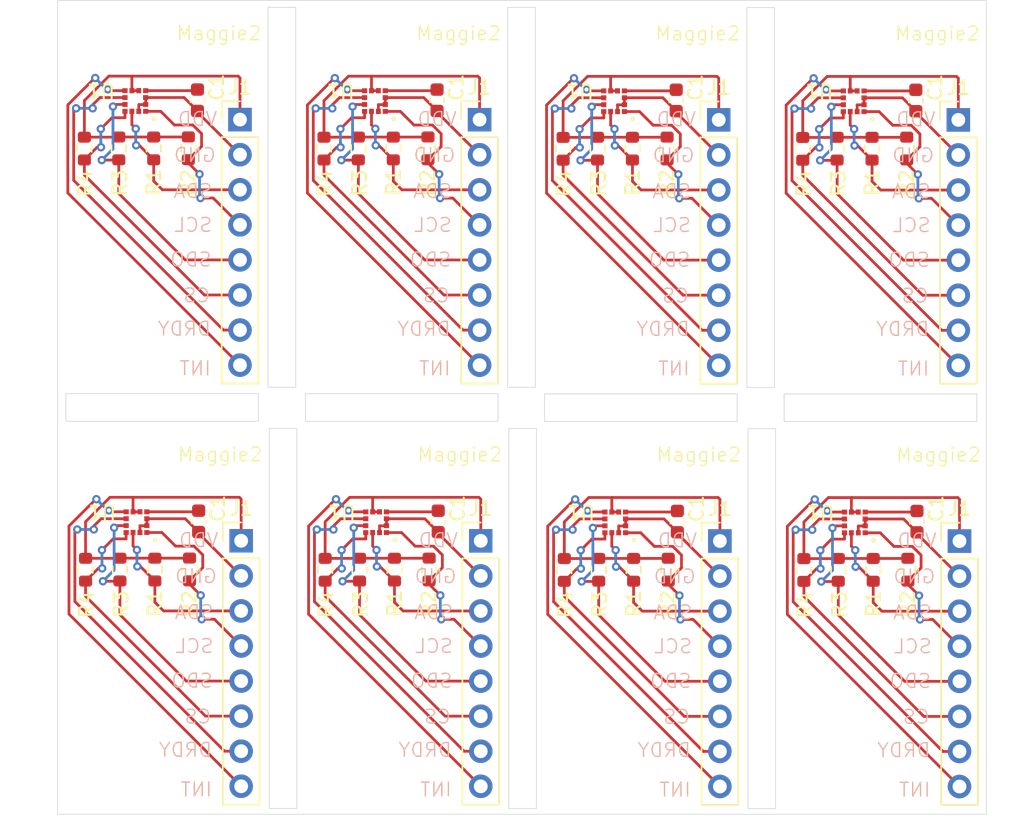
<source format=kicad_pcb>
(kicad_pcb (version 20240108) (generator "pcbnew") (generator_version "8.0")
  (layers (0 "F.Cu" signal) (31 "B.Cu" signal) (34 "B.Paste" user) (35 "F.Paste" user) (36 "B.SilkS" user "B.Silkscreen") (37 "F.SilkS" user "F.Silkscreen") (38 "B.Mask" user) (39 "F.Mask" user) (44 "Edge.Cuts" user))
  (net 0 "")
  (net 1 "GND")
  (net 2 "Net-(U1-C1)")
  (net 3 "INT")
  (net 4 "SDO")
  (net 5 "CS")
  (net 6 "SCL")
  (net 7 "VDD")
  (net 8 "SDA")
  (net 9 "DRDY")
  (footprint "Resistor_SMD:R_0603_1608Metric" (layer "F.Cu") (at 56.695736 23.230735 -90)
    (property "Reference" "R2")
    (property "Value" "10k")
  )
  (footprint "MountingHole:MountingHole_2.2mm_M2" (layer "F.Cu") (at 35.298528 45.62853)
    (property "Reference" "REF**" (hide yes))
    (property "Value" "MountingHole_2.2mm_M2")
  )
  (footprint "MountingHole:MountingHole_2.2mm_M2" (layer "F.Cu") (at 70.374264 68.844265)
    (property "Reference" "REF**" (hide yes))
    (property "Value" "MountingHole_2.2mm_M2")
  )
  (footprint "Resistor_SMD:R_0603_1608Metric" (layer "F.Cu") (at 17.064264 53.729265 -90)
    (property "Reference" "R3")
    (property "Value" "10k")
  )
  (footprint "MountingHole:MountingHole_2.2mm_M2" (layer "F.Cu") (at 35.614264 38.324265)
    (property "Reference" "REF**" (hide yes))
    (property "Value" "MountingHole_2.2mm_M2")
  )
  (footprint "MountingHole:MountingHole_2.2mm_M2" (layer "F.Cu") (at 18.26 38.32)
    (property "Reference" "REF**" (hide yes))
    (property "Value" "MountingHole_2.2mm_M2")
  )
  (footprint "Capacitor_SMD:C_0603_1608Metric" (layer "F.Cu") (at 40.034264 19.739265 -90)
    (property "Reference" "C1")
    (property "Value" "100nF")
  )
  (footprint "Resistor_SMD:R_0603_1608Metric" (layer "F.Cu") (at 74.134264 53.739265 -90)
    (property "Reference" "R2")
    (property "Value" "10k")
  )
  (footprint "Connector_PinHeader_2.54mm:PinHeader_1x08_P2.54mm_Vertical" (layer "F.Cu") (at 43.198528 51.64853)
    (property "Reference" "J1")
    (property "Value" "Conn_01x08")
  )
  (footprint "Connector_PinHeader_2.54mm:PinHeader_1x08_P2.54mm_Vertical" (layer "F.Cu") (at 60.52 51.66)
    (property "Reference" "J1")
    (property "Value" "Conn_01x08")
  )
  (footprint "Resistor_SMD:R_0603_1608Metric" (layer "F.Cu") (at 39.458528 53.72353 -90)
    (property "Reference" "R2")
    (property "Value" "10k")
  )
  (footprint "Resistor_SMD:R_0603_1608Metric" (layer "F.Cu") (at 69.094264 53.749265 -90)
    (property "Reference" "R3")
    (property "Value" "10k")
  )
  (footprint "lis3mdl:LGA-12_2X2X1_STM" (layer "F.Cu") (at 18.264263 50.294264 180)
    (property "Reference" "U1")
    (property "Value" "LIS3MDLTR")
  )
  (footprint "MountingHole:MountingHole_2.2mm_M2" (layer "F.Cu") (at 53.02 68.84)
    (property "Reference" "REF**" (hide yes))
    (property "Value" "MountingHole_2.2mm_M2")
  )
  (footprint "Capacitor_SMD:C_0603_1608Metric" (layer "F.Cu") (at 22.764264 50.239265 -90)
    (property "Reference" "C1")
    (property "Value" "100nF")
  )
  (footprint "lis3mdl:LGA-12_2X2X1_STM" (layer "F.Cu") (at 35.618527 50.298529 180)
    (property "Reference" "U1")
    (property "Value" "LIS3MDLTR")
  )
  (footprint "MountingHole:MountingHole_2.2mm_M2" (layer "F.Cu") (at 35.698528 68.82853)
    (property "Reference" "REF**" (hide yes))
    (property "Value" "MountingHole_2.2mm_M2")
  )
  (footprint "Resistor_SMD:R_0603_1608Metric" (layer "F.Cu") (at 16.98 23.225 -90)
    (property "Reference" "R3")
    (property "Value" "10k")
  )
  (footprint "Capacitor_SMD:C_0603_1608Metric" (layer "F.Cu") (at 22.68 19.735 -90)
    (property "Reference" "C1")
    (property "Value" "100nF")
  )
  (footprint "Capacitor_SMD:C_0603_1608Metric" (layer "F.Cu") (at 74.71 19.755 -90)
    (property "Reference" "C1")
    (property "Value" "100nF")
  )
  (footprint "Resistor_SMD:R_0603_1608Metric" (layer "F.Cu") (at 34.418528 53.73353 -90)
    (property "Reference" "R3")
    (property "Value" "10k")
  )
  (footprint "MountingHole:MountingHole_2.2mm_M2" (layer "F.Cu") (at 52.535736 15.135735)
    (property "Reference" "REF**" (hide yes))
    (property "Value" "MountingHole_2.2mm_M2")
  )
  (footprint "MountingHole:MountingHole_2.2mm_M2" (layer "F.Cu") (at 70.29 38.34)
    (property "Reference" "REF**" (hide yes))
    (property "Value" "MountingHole_2.2mm_M2")
  )
  (footprint "Resistor_SMD:R_0603_1608Metric" (layer "F.Cu") (at 14.574264 53.739264 -90)
    (property "Reference" "R4")
    (property "Value" "10k")
  )
  (footprint "Capacitor_SMD:C_0603_1608Metric" (layer "F.Cu") (at 74.794264 50.259265 -90)
    (property "Reference" "C1")
    (property "Value" "100nF")
  )
  (footprint "Resistor_SMD:R_0603_1608Metric" (layer "F.Cu") (at 74.05 23.235 -90)
    (property "Reference" "R2")
    (property "Value" "10k")
  )
  (footprint "Connector_PinHeader_2.54mm:PinHeader_1x08_P2.54mm_Vertical" (layer "F.Cu") (at 77.79 21.16)
    (property "Reference" "J1")
    (property "Value" "Conn_01x08")
  )
  (footprint "Resistor_SMD:R_0603_1608Metric" (layer "F.Cu") (at 51.74 53.745 -90)
    (property "Reference" "R3")
    (property "Value" "10k")
  )
  (footprint "Resistor_SMD:R_0603_1608Metric" (layer "F.Cu") (at 49.165736 23.250734 -90)
    (property "Reference" "R4")
    (property "Value" "10k")
  )
  (footprint "MountingHole:MountingHole_2.2mm_M2" (layer "F.Cu") (at 17.944264 45.624265)
    (property "Reference" "REF**" (hide yes))
    (property "Value" "MountingHole_2.2mm_M2")
  )
  (footprint "Resistor_SMD:R_0603_1608Metric" (layer "F.Cu") (at 14.49 23.234999 -90)
    (property "Reference" "R4")
    (property "Value" "10k")
  )
  (footprint "MountingHole:MountingHole_2.2mm_M2" (layer "F.Cu") (at 69.89 15.14)
    (property "Reference" "REF**" (hide yes))
    (property "Value" "MountingHole_2.2mm_M2")
  )
  (footprint "lis3mdl:LGA-12_2X2X1_STM" (layer "F.Cu") (at 18.179999 19.789999 180)
    (property "Reference" "U1")
    (property "Value" "LIS3MDLTR")
  )
  (footprint "Resistor_SMD:R_0603_1608Metric" (layer "F.Cu") (at 31.928528 53.743529 -90)
    (property "Reference" "R4")
    (property "Value" "10k")
  )
  (footprint "MountingHole:MountingHole_2.2mm_M2" (layer "F.Cu") (at 52.62 45.64)
    (property "Reference" "REF**" (hide yes))
    (property "Value" "MountingHole_2.2mm_M2")
  )
  (footprint "Resistor_SMD:R_0603_1608Metric" (layer "F.Cu") (at 22.104264 53.719265 -90)
    (property "Reference" "R2")
    (property "Value" "10k")
  )
  (footprint "lis3mdl:LGA-12_2X2X1_STM" (layer "F.Cu") (at 35.534263 19.794264 180)
    (property "Reference" "U1")
    (property "Value" "LIS3MDLTR")
  )
  (footprint "Resistor_SMD:R_0603_1608Metric" (layer "F.Cu") (at 34.334264 23.229265 -90)
    (property "Reference" "R3")
    (property "Value" "10k")
  )
  (footprint "lis3mdl:LGA-12_2X2X1_STM" (layer "F.Cu") (at 70.209999 19.809999 180)
    (property "Reference" "U1")
    (property "Value" "LIS3MDLTR")
  )
  (footprint "Resistor_SMD:R_0603_1608Metric" (layer "F.Cu") (at 19.594264 53.729265 -90)
    (property "Reference" "R1")
    (property "Value" "10k")
  )
  (footprint "Resistor_SMD:R_0603_1608Metric" (layer "F.Cu") (at 19.51 23.225 -90)
    (property "Reference" "R1")
    (property "Value" "10k")
  )
  (footprint "MountingHole:MountingHole_2.2mm_M2" (layer "F.Cu") (at 69.974264 45.644265)
    (property "Reference" "REF**" (hide yes))
    (property "Value" "MountingHole_2.2mm_M2")
  )
  (footprint "Resistor_SMD:R_0603_1608Metric" (layer "F.Cu") (at 36.864264 23.229265 -90)
    (property "Reference" "R1")
    (property "Value" "10k")
  )
  (footprint "Resistor_SMD:R_0603_1608Metric" (layer "F.Cu") (at 22.02 23.215 -90)
    (property "Reference" "R2")
    (property "Value" "10k")
  )
  (footprint "Resistor_SMD:R_0603_1608Metric" (layer "F.Cu") (at 49.25 53.754999 -90)
    (property "Reference" "R4")
    (property "Value" "10k")
  )
  (footprint "Resistor_SMD:R_0603_1608Metric" (layer "F.Cu") (at 54.27 53.745 -90)
    (property "Reference" "R1")
    (property "Value" "10k")
  )
  (footprint "Capacitor_SMD:C_0603_1608Metric" (layer "F.Cu") (at 40.118528 50.24353 -90)
    (property "Reference" "C1")
    (property "Value" "100nF")
  )
  (footprint "Resistor_SMD:R_0603_1608Metric" (layer "F.Cu") (at 71.54 23.245 -90)
    (property "Reference" "R1")
    (property "Value" "10k")
  )
  (footprint "Connector_PinHeader_2.54mm:PinHeader_1x08_P2.54mm_Vertical" (layer "F.Cu") (at 25.76 21.14)
    (property "Reference" "J1")
    (property "Value" "Conn_01x08")
  )
  (footprint "Resistor_SMD:R_0603_1608Metric" (layer "F.Cu") (at 36.948528 53.73353 -90)
    (property "Reference" "R1")
    (property "Value" "10k")
  )
  (footprint "MountingHole:MountingHole_2.2mm_M2" (layer "F.Cu") (at 17.86 15.12)
    (property "Reference" "REF**" (hide yes))
    (property "Value" "MountingHole_2.2mm_M2")
  )
  (footprint "Connector_PinHeader_2.54mm:PinHeader_1x08_P2.54mm_Vertical" (layer "F.Cu") (at 25.844264 51.644265)
    (property "Reference" "J1")
    (property "Value" "Conn_01x08")
  )
  (footprint "Resistor_SMD:R_0603_1608Metric" (layer "F.Cu") (at 69.01 23.245 -90)
    (property "Reference" "R3")
    (property "Value" "10k")
  )
  (footprint "Resistor_SMD:R_0603_1608Metric" (layer "F.Cu") (at 51.655736 23.240735 -90)
    (property "Reference" "R3")
    (property "Value" "10k")
  )
  (footprint "Capacitor_SMD:C_0603_1608Metric" (layer "F.Cu") (at 57.355736 19.750735 -90)
    (property "Reference" "C1")
    (property "Value" "100nF")
  )
  (footprint "lis3mdl:LGA-12_2X2X1_STM" (layer "F.Cu") (at 70.294263 50.314264 180)
    (property "Reference" "U1")
    (property "Value" "LIS3MDLTR")
  )
  (footprint "Resistor_SMD:R_0603_1608Metric" (layer "F.Cu") (at 31.844264 23.239264 -90)
    (property "Reference" "R4")
    (property "Value" "10k")
  )
  (footprint "Resistor_SMD:R_0603_1608Metric" (layer "F.Cu") (at 39.374264 23.219265 -90)
    (property "Reference" "R2")
    (property "Value" "10k")
  )
  (footprint "lis3mdl:LGA-12_2X2X1_STM" (layer "F.Cu") (at 52.939999 50.309999 180)
    (property "Reference" "U1")
    (property "Value" "LIS3MDLTR")
  )
  (footprint "Connector_PinHeader_2.54mm:PinHeader_1x08_P2.54mm_Vertical" (layer "F.Cu") (at 77.874264 51.664265)
    (property "Reference" "J1")
    (property "Value" "Conn_01x08")
  )
  (footprint "Connector_PinHeader_2.54mm:PinHeader_1x08_P2.54mm_Vertical" (layer "F.Cu") (at 43.114264 21.144265)
    (property "Reference" "J1")
    (property "Value" "Conn_01x08")
  )
  (footprint "MountingHole:MountingHole_2.2mm_M2" (layer "F.Cu") (at 35.214264 15.124265)
    (property "Reference" "REF**" (hide yes))
    (property "Value" "MountingHole_2.2mm_M2")
  )
  (footprint "Resistor_SMD:R_0603_1608Metric" (layer "F.Cu") (at 71.624264 53.749265 -90)
    (property "Reference" "R1")
    (property "Value" "10k")
  )
  (footprint "MountingHole:MountingHole_2.2mm_M2" (layer "F.Cu") (at 52.935736 38.335735)
    (property "Reference" "REF**" (hide yes))
    (property "Value" "MountingHole_2.2mm_M2")
  )
  (footprint "MountingHole:MountingHole_2.2mm_M2" (layer "F.Cu") (at 18.344264 68.824265)
    (property "Reference" "REF**" (hide yes))
    (property "Value" "MountingHole_2.2mm_M2")
  )
  (footprint "Resistor_SMD:R_0603_1608Metric" (layer "F.Cu") (at 66.604264 53.759264 -90)
    (property "Reference" "R4")
    (property "Value" "10k")
  )
  (footprint "Connector_PinHeader_2.54mm:PinHeader_1x08_P2.54mm_Vertical" (layer "F.Cu") (at 60.435736 21.155735)
    (property "Reference" "J1")
    (property "Value" "Conn_01x08")
  )
  (footprint "Capacitor_SMD:C_0603_1608Metric" (layer "F.Cu") (at 57.44 50.255 -90)
    (property "Reference" "C1")
    (property "Value" "100nF")
  )
  (footprint "Resistor_SMD:R_0603_1608Metric" (layer "F.Cu") (at 66.52 23.254999 -90)
    (property "Reference" "R4")
    (property "Value" "10k")
  )
  (footprint "Resistor_SMD:R_0603_1608Metric" (layer "F.Cu") (at 56.78 53.735 -90)
    (property "Reference" "R2")
    (property "Value" "10k")
  )
  (footprint "lis3mdl:LGA-12_2X2X1_STM" (layer "F.Cu") (at 52.855735 19.805734 180)
    (property "Reference" "U1")
    (property "Value" "LIS3MDLTR")
  )
  (footprint "Resistor_SMD:R_0603_1608Metric" (layer "F.Cu") (at 54.185736 23.240735 -90)
    (property "Reference" "R1")
    (property "Value" "10k")
  )
  (gr_circle (center 54.205736 21.095735) (end 54.095736 21.085735) (stroke (width 0.1)) (fill none) (layer "F.SilkS"))
  (gr_circle (center 54.29 51.6) (end 54.18 51.59) (stroke (width 0.1)) (fill none) (layer "F.SilkS"))
  (gr_circle (center 19.614264 51.584265) (end 19.504264 51.574265) (stroke (width 0.1)) (fill none) (layer "F.SilkS"))
  (gr_circle (center 19.53 21.08) (end 19.42 21.07) (stroke (width 0.1)) (fill none) (layer "F.SilkS"))
  (gr_circle (center 36.884264 21.084265) (end 36.774264 21.074265) (stroke (width 0.1)) (fill none) (layer "F.SilkS"))
  (gr_circle (center 71.56 21.1) (end 71.45 21.09) (stroke (width 0.1)) (fill none) (layer "F.SilkS"))
  (gr_circle (center 36.968528 51.58853) (end 36.858528 51.57853) (stroke (width 0.1)) (fill none) (layer "F.SilkS"))
  (gr_circle (center 71.644264 51.604265) (end 71.534264 51.594265) (stroke (width 0.1)) (fill none) (layer "F.SilkS"))
  (gr_rect (start 45.15 13.01) (end 47.15 40.53) (stroke (width 0.05)) (fill none) (layer "Edge.Cuts"))
  (gr_rect (start 13.145736 40.985735) (end 27.095736 42.985735) (stroke (width 0.05)) (fill none) (layer "Edge.Cuts"))
  (gr_rect (start 65.175736 41.005735) (end 79.125736 43.005735) (stroke (width 0.05)) (fill none) (layer "Edge.Cuts"))
  (gr_rect (start 12.554264 12.5) (end 79.82 71.454265) (stroke (width 0.05)) (fill none) (layer "Edge.Cuts"))
  (gr_rect (start 62.471472 13.02147) (end 64.471472 40.54147) (stroke (width 0.05)) (fill none) (layer "Edge.Cuts"))
  (gr_rect (start 30.5 40.99) (end 44.45 42.99) (stroke (width 0.05)) (fill none) (layer "Edge.Cuts"))
  (gr_rect (start 62.555736 43.525735) (end 64.555736 71.045735) (stroke (width 0.05)) (fill none) (layer "Edge.Cuts"))
  (gr_rect (start 45.234264 43.514265) (end 47.234264 71.034265) (stroke (width 0.05)) (fill none) (layer "Edge.Cuts"))
  (gr_rect (start 47.821472 41.00147) (end 61.771472 43.00147) (stroke (width 0.05)) (fill none) (layer "Edge.Cuts"))
  (gr_rect (start 27.88 43.51) (end 29.88 71.03) (stroke (width 0.05)) (fill none) (layer "Edge.Cuts"))
  (gr_rect (start 27.795736 13.005735) (end 29.795736 40.525735) (stroke (width 0.05)) (fill none) (layer "Edge.Cuts"))
  (gr_text "INT" (at 41.158528 70.24853 0) (layer "B.SilkS") (effects (font (size 1 1) (thickness 0.1)) (justify left bottom mirror)))
  (gr_text "DRDY" (at 75.834264 67.394265 0) (layer "B.SilkS") (effects (font (size 1 1) (thickness 0.1)) (justify left bottom mirror)))
  (gr_text "SDA" (at 75.85 26.92 0) (layer "B.SilkS") (effects (font (size 1 1) (thickness 0.1)) (justify left bottom mirror)))
  (gr_text "INT" (at 75.834264 70.264265 0) (layer "B.SilkS") (effects (font (size 1 1) (thickness 0.1)) (justify left bottom mirror)))
  (gr_text "SDO" (at 75.884264 62.384265 0) (layer "B.SilkS") (effects (font (size 1 1) (thickness 0.1)) (justify left bottom mirror)))
  (gr_text "INT" (at 23.72 39.74 0) (layer "B.SilkS") (effects (font (size 1 1) (thickness 0.1)) (justify left bottom mirror)))
  (gr_text "SCL" (at 41.174264 29.354265 0) (layer "B.SilkS") (effects (font (size 1 1) (thickness 0.1)) (justify left bottom mirror)))
  (gr_text "CS" (at 75.7 34.48 0) (layer "B.SilkS") (effects (font (size 1 1) (thickness 0.1)) (justify left bottom mirror)))
  (gr_text "DRDY" (at 23.804264 67.374265 0) (layer "B.SilkS") (effects (font (size 1 1) (thickness 0.1)) (justify left bottom mirror)))
  (gr_text "GND" (at 76.11 24.31 0) (layer "B.SilkS") (effects (font (size 1 1) (thickness 0.1)) (justify left bottom mirror)))
  (gr_text "SDO" (at 23.854264 62.364265 0) (layer "B.SilkS") (effects (font (size 1 1) (thickness 0.1)) (justify left bottom mirror)))
  (gr_text "VDD" (at 24.18 21.68 0) (layer "B.SilkS") (effects (font (size 1 1) (thickness 0.1)) (justify left bottom mirror)))
  (gr_text "VDD" (at 58.855736 21.695735 0) (layer "B.SilkS") (effects (font (size 1 1) (thickness 0.1)) (justify left bottom mirror)))
  (gr_text "SDA" (at 23.82 26.9 0) (layer "B.SilkS") (effects (font (size 1 1) (thickness 0.1)) (justify left bottom mirror)))
  (gr_text "SCL" (at 75.934264 59.874265 0) (layer "B.SilkS") (effects (font (size 1 1) (thickness 0.1)) (justify left bottom mirror)))
  (gr_text "DRDY" (at 41.074264 36.874265 0) (layer "B.SilkS") (effects (font (size 1 1) (thickness 0.1)) (justify left bottom mirror)))
  (gr_text "VDD" (at 41.618528 52.18853 0) (layer "B.SilkS") (effects (font (size 1 1) (thickness 0.1)) (justify left bottom mirror)))
  (gr_text "SDA" (at 58.495736 26.915735 0) (layer "B.SilkS") (effects (font (size 1 1) (thickness 0.1)) (justify left bottom mirror)))
  (gr_text "CS" (at 41.024264 34.464265 0) (layer "B.SilkS") (effects (font (size 1 1) (thickness 0.1)) (justify left bottom mirror)))
  (gr_text "DRDY" (at 41.158528 67.37853 0) (layer "B.SilkS") (effects (font (size 1 1) (thickness 0.1)) (justify left bottom mirror)))
  (gr_text "DRDY" (at 23.72 36.87 0) (layer "B.SilkS") (effects (font (size 1 1) (thickness 0.1)) (justify left bottom mirror)))
  (gr_text "SCL" (at 58.495736 29.365735 0) (layer "B.SilkS") (effects (font (size 1 1) (thickness 0.1)) (justify left bottom mirror)))
  (gr_text "SDO" (at 41.124264 31.864265 0) (layer "B.SilkS") (effects (font (size 1 1) (thickness 0.1)) (justify left bottom mirror)))
  (gr_text "SDA" (at 75.934264 57.424265 0) (layer "B.SilkS") (effects (font (size 1 1) (thickness 0.1)) (justify left bottom mirror)))
  (gr_text "SDO" (at 23.77 31.86 0) (layer "B.SilkS") (effects (font (size 1 1) (thickness 0.1)) (justify left bottom mirror)))
  (gr_text "GND" (at 24.08 24.29 0) (layer "B.SilkS") (effects (font (size 1 1) (thickness 0.1)) (justify left bottom mirror)))
  (gr_text "CS" (at 23.67 34.46 0) (layer "B.SilkS") (effects (font (size 1 1) (thickness 0.1)) (justify left bottom mirror)))
  (gr_text "VDD" (at 76.294264 52.204265 0) (layer "B.SilkS") (effects (font (size 1 1) (thickness 0.1)) (justify left bottom mirror)))
  (gr_text "CS" (at 23.754264 64.964265 0) (layer "B.SilkS") (effects (font (size 1 1) (thickness 0.1)) (justify left bottom mirror)))
  (gr_text "SDA" (at 41.258528 57.40853 0) (layer "B.SilkS") (effects (font (size 1 1) (thickness 0.1)) (justify left bottom mirror)))
  (gr_text "GND" (at 24.164264 54.794265 0) (layer "B.SilkS") (effects (font (size 1 1) (thickness 0.1)) (justify left bottom mirror)))
  (gr_text "VDD" (at 76.21 21.7 0) (layer "B.SilkS") (effects (font (size 1 1) (thickness 0.1)) (justify left bottom mirror)))
  (gr_text "SDA" (at 58.58 57.42 0) (layer "B.SilkS") (effects (font (size 1 1) (thickness 0.1)) (justify left bottom mirror)))
  (gr_text "CS" (at 58.345736 34.475735 0) (layer "B.SilkS") (effects (font (size 1 1) (thickness 0.1)) (justify left bottom mirror)))
  (gr_text "DRDY" (at 75.75 36.89 0) (layer "B.SilkS") (effects (font (size 1 1) (thickness 0.1)) (justify left bottom mirror)))
  (gr_text "CS" (at 75.784264 64.984265 0) (layer "B.SilkS") (effects (font (size 1 1) (thickness 0.1)) (justify left bottom mirror)))
  (gr_text "VDD" (at 41.534264 21.684265 0) (layer "B.SilkS") (effects (font (size 1 1) (thickness 0.1)) (justify left bottom mirror)))
  (gr_text "SCL" (at 58.58 59.87 0) (layer "B.SilkS") (effects (font (size 1 1) (thickness 0.1)) (justify left bottom mirror)))
  (gr_text "GND" (at 58.84 54.81 0) (layer "B.SilkS") (effects (font (size 1 1) (thickness 0.1)) (justify left bottom mirror)))
  (gr_text "SCL" (at 23.82 29.35 0) (layer "B.SilkS") (effects (font (size 1 1) (thickness 0.1)) (justify left bottom mirror)))
  (gr_text "GND" (at 41.518528 54.79853 0) (layer "B.SilkS") (effects (font (size 1 1) (thickness 0.1)) (justify left bottom mirror)))
  (gr_text "DRDY" (at 58.395736 36.885735 0) (layer "B.SilkS") (effects (font (size 1 1) (thickness 0.1)) (justify left bottom mirror)))
  (gr_text "GND" (at 76.194264 54.814265 0) (layer "B.SilkS") (effects (font (size 1 1) (thickness 0.1)) (justify left bottom mirror)))
  (gr_text "VDD" (at 58.94 52.2 0) (layer "B.SilkS") (effects (font (size 1 1) (thickness 0.1)) (justify left bottom mirror)))
  (gr_text "SDO" (at 75.8 31.88 0) (layer "B.SilkS") (effects (font (size 1 1) (thickness 0.1)) (justify left bottom mirror)))
  (gr_text "SDO" (at 58.445736 31.875735 0) (layer "B.SilkS") (effects (font (size 1 1) (thickness 0.1)) (justify left bottom mirror)))
  (gr_text "INT" (at 58.395736 39.755735 0) (layer "B.SilkS") (effects (font (size 1 1) (thickness 0.1)) (justify left bottom mirror)))
  (gr_text "SDA" (at 41.174264 26.904265 0) (layer "B.SilkS") (effects (font (size 1 1) (thickness 0.1)) (justify left bottom mirror)))
  (gr_text "CS" (at 41.108528 64.96853 0) (layer "B.SilkS") (effects (font (size 1 1) (thickness 0.1)) (justify left bottom mirror)))
  (gr_text "SDO" (at 41.208528 62.36853 0) (layer "B.SilkS") (effects (font (size 1 1) (thickness 0.1)) (justify left bottom mirror)))
  (gr_text "VDD" (at 24.264264 52.184265 0) (layer "B.SilkS") (effects (font (size 1 1) (thickness 0.1)) (justify left bottom mirror)))
  (gr_text "SCL" (at 75.85 29.37 0) (layer "B.SilkS") (effects (font (size 1 1) (thickness 0.1)) (justify left bottom mirror)))
  (gr_text "DRDY" (at 58.48 67.39 0) (layer "B.SilkS") (effects (font (size 1 1) (thickness 0.1)) (justify left bottom mirror)))
  (gr_text "SCL" (at 23.904264 59.854265 0) (layer "B.SilkS") (effects (font (size 1 1) (thickness 0.1)) (justify left bottom mirror)))
  (gr_text "INT" (at 58.48 70.26 0) (layer "B.SilkS") (effects (font (size 1 1) (thickness 0.1)) (justify left bottom mirror)))
  (gr_text "INT" (at 75.75 39.76 0) (layer "B.SilkS") (effects (font (size 1 1) (thickness 0.1)) (justify left bottom mirror)))
  (gr_text "GND" (at 41.434264 24.294265 0) (layer "B.SilkS") (effects (font (size 1 1) (thickness 0.1)) (justify left bottom mirror)))
  (gr_text "SDA" (at 23.904264 57.404265 0) (layer "B.SilkS") (effects (font (size 1 1) (thickness 0.1)) (justify left bottom mirror)))
  (gr_text "INT" (at 41.074264 39.744265 0) (layer "B.SilkS") (effects (font (size 1 1) (thickness 0.1)) (justify left bottom mirror)))
  (gr_text "GND" (at 58.755736 24.305735 0) (layer "B.SilkS") (effects (font (size 1 1) (thickness 0.1)) (justify left bottom mirror)))
  (gr_text "INT" (at 23.804264 70.244265 0) (layer "B.SilkS") (effects (font (size 1 1) (thickness 0.1)) (justify left bottom mirror)))
  (gr_text "SDO" (at 58.53 62.38 0) (layer "B.SilkS") (effects (font (size 1 1) (thickness 0.1)) (justify left bottom mirror)))
  (gr_text "SCL" (at 41.258528 59.85853 0) (layer "B.SilkS") (effects (font (size 1 1) (thickness 0.1)) (justify left bottom mirror)))
  (gr_text "CS" (at 58.43 64.98 0) (layer "B.SilkS") (effects (font (size 1 1) (thickness 0.1)) (justify left bottom mirror)))
  (gr_text "Maggie2" (at 38.454264 15.474265 0) (layer "F.SilkS") (effects (font (size 1 1) (thickness 0.1)) (justify left bottom)))
  (gr_text "Maggie2" (at 21.184264 45.974265 0) (layer "F.SilkS") (effects (font (size 1 1) (thickness 0.1)) (justify left bottom)))
  (gr_text "Maggie2" (at 73.13 15.49 0) (layer "F.SilkS") (effects (font (size 1 1) (thickness 0.1)) (justify left bottom)))
  (gr_text "Maggie2" (at 55.775736 15.485735 0) (layer "F.SilkS") (effects (font (size 1 1) (thickness 0.1)) (justify left bottom)))
  (gr_text "Maggie2" (at 38.538528 45.97853 0) (layer "F.SilkS") (effects (font (size 1 1) (thickness 0.1)) (justify left bottom)))
  (gr_text "Maggie2" (at 73.214264 45.994265 0) (layer "F.SilkS") (effects (font (size 1 1) (thickness 0.1)) (justify left bottom)))
  (gr_text "Maggie2" (at 21.1 15.47 0) (layer "F.SilkS") (effects (font (size 1 1) (thickness 0.1)) (justify left bottom)))
  (gr_text "Maggie2" (at 55.86 45.99 0) (layer "F.SilkS") (effects (font (size 1 1) (thickness 0.1)) (justify left bottom)))
  (segment (start 70.96 20.059999) (end 70.96 19.559999) (width 0.2) (layer "F.Cu") (net 1))
  (segment (start 73.824263 50.064264) (end 74.794264 51.034265) (width 0.2) (layer "F.Cu") (net 1))
  (segment (start 70.459999 20.069999) (end 70.95 20.069999) (width 0.2) (layer "F.Cu") (net 1))
  (segment (start 74.71 20.53) (end 74.71 20.62) (width 0.2) (layer "F.Cu") (net 1))
  (segment (start 18.514263 51.044265) (end 18.514263 50.554264) (width 0.2) (layer "F.Cu") (net 1))
  (segment (start 35.868527 50.558529) (end 36.358528 50.558529) (width 0.2) (layer "F.Cu") (net 1))
  (segment (start 36.368528 50.048529) (end 39.148527 50.048529) (width 0.2) (layer "F.Cu") (net 1))
  (segment (start 70.544263 50.574264) (end 71.034264 50.574264) (width 0.2) (layer "F.Cu") (net 1))
  (segment (start 40.034264 20.604265) (end 43.114264 23.684265) (width 0.2) (layer "F.Cu") (net 1))
  (segment (start 36.284264 19.544264) (end 39.064263 19.544264) (width 0.2) (layer "F.Cu") (net 1))
  (segment (start 70.95 20.069999) (end 70.96 20.059999) (width 0.2) (layer "F.Cu") (net 1))
  (segment (start 53.69 50.059999) (end 56.469999 50.059999) (width 0.2) (layer "F.Cu") (net 1))
  (segment (start 36.284264 20.044264) (end 36.284264 19.544264) (width 0.2) (layer "F.Cu") (net 1))
  (segment (start 53.105735 20.065734) (end 53.595736 20.065734) (width 0.2) (layer "F.Cu") (net 1))
  (segment (start 71.044264 50.064264) (end 73.824263 50.064264) (width 0.2) (layer "F.Cu") (net 1))
  (segment (start 40.034264 20.514265) (end 40.034264 20.604265) (width 0.2) (layer "F.Cu") (net 1))
  (segment (start 22.764264 51.104265) (end 25.844264 54.184265) (width 0.2) (layer "F.Cu") (net 1))
  (segment (start 18.429999 20.049999) (end 18.92 20.049999) (width 0.2) (layer "F.Cu") (net 1))
  (segment (start 53.605736 19.555734) (end 56.385735 19.555734) (width 0.2) (layer "F.Cu") (net 1))
  (segment (start 57.355736 20.525735) (end 57.355736 20.615735) (width 0.2) (layer "F.Cu") (net 1))
  (segment (start 53.605736 20.055734) (end 53.605736 19.555734) (width 0.2) (layer "F.Cu") (net 1))
  (segment (start 35.784263 20.054264) (end 36.274264 20.054264) (width 0.2) (layer "F.Cu") (net 1))
  (segment (start 73.739999 19.559999) (end 74.71 20.53) (width 0.2) (layer "F.Cu") (net 1))
  (segment (start 18.93 19.539999) (end 21.709999 19.539999) (width 0.2) (layer "F.Cu") (net 1))
  (segment (start 18.514263 50.554264) (end 19.004264 50.554264) (width 0.2) (layer "F.Cu") (net 1))
  (segment (start 53.69 50.559999) (end 53.69 50.059999) (width 0.2) (layer "F.Cu") (net 1))
  (segment (start 74.794264 51.034265) (end 74.794264 51.124265) (width 0.2) (layer "F.Cu") (net 1))
  (segment (start 40.118528 51.01853) (end 40.118528 51.10853) (width 0.2) (layer "F.Cu") (net 1))
  (segment (start 71.034264 50.574264) (end 71.044264 50.564264) (width 0.2) (layer "F.Cu") (net 1))
  (segment (start 53.189999 50.569999) (end 53.68 50.569999) (width 0.2) (layer "F.Cu") (net 1))
  (segment (start 70.459999 20.56) (end 70.459999 20.069999) (width 0.2) (layer "F.Cu") (net 1))
  (segment (start 19.004264 50.554264) (end 19.014264 50.544264) (width 0.2) (layer "F.Cu") (net 1))
  (segment (start 56.385735 19.555734) (end 57.355736 20.525735) (width 0.2) (layer "F.Cu") (net 1))
  (segment (start 74.71 20.62) (end 77.79 23.7) (width 0.2) (layer "F.Cu") (net 1))
  (segment (start 74.794264 51.124265) (end 77.874264 54.204265) (width 0.2) (layer "F.Cu") (net 1))
  (segment (start 57.44 51.12) (end 60.52 54.2) (width 0.2) (layer "F.Cu") (net 1))
  (segment (start 19.014264 50.544264) (end 19.014264 50.044264) (width 0.2) (layer "F.Cu") (net 1))
  (segment (start 40.118528 51.10853) (end 43.198528 54.18853) (width 0.2) (layer "F.Cu") (net 1))
  (segment (start 53.595736 20.065734) (end 53.605736 20.055734) (width 0.2) (layer "F.Cu") (net 1))
  (segment (start 53.189999 51.06) (end 53.189999 50.569999) (width 0.2) (layer "F.Cu") (net 1))
  (segment (start 70.96 19.559999) (end 73.739999 19.559999) (width 0.2) (layer "F.Cu") (net 1))
  (segment (start 39.148527 50.048529) (end 40.118528 51.01853) (width 0.2) (layer "F.Cu") (net 1))
  (segment (start 35.784263 20.544265) (end 35.784263 20.054264) (width 0.2) (layer "F.Cu") (net 1))
  (segment (start 53.68 50.569999) (end 53.69 50.559999) (width 0.2) (layer "F.Cu") (net 1))
  (segment (start 21.794263 50.044264) (end 22.764264 51.014265) (width 0.2) (layer "F.Cu") (net 1))
  (segment (start 70.544263 51.064265) (end 70.544263 50.574264) (width 0.2) (layer "F.Cu") (net 1))
  (segment (start 19.014264 50.044264) (end 21.794263 50.044264) (width 0.2) (layer "F.Cu") (net 1))
  (segment (start 22.68 20.51) (end 22.68 20.6) (width 0.2) (layer "F.Cu") (net 1))
  (segment (start 36.368528 50.548529) (end 36.368528 50.048529) (width 0.2) (layer "F.Cu") (net 1))
  (segment (start 56.469999 50.059999) (end 57.44 51.03) (width 0.2) (layer "F.Cu") (net 1))
  (segment (start 39.064263 19.544264) (end 40.034264 20.514265) (width 0.2) (layer "F.Cu") (net 1))
  (segment (start 36.274264 20.054264) (end 36.284264 20.044264) (width 0.2) (layer "F.Cu") (net 1))
  (segment (start 18.429999 20.54) (end 18.429999 20.049999) (width 0.2) (layer "F.Cu") (net 1))
  (segment (start 71.044264 50.564264) (end 71.044264 50.064264) (width 0.2) (layer "F.Cu") (net 1))
  (segment (start 35.868527 51.04853) (end 35.868527 50.558529) (width 0.2) (layer "F.Cu") (net 1))
  (segment (start 57.44 51.03) (end 57.44 51.12) (width 0.2) (layer "F.Cu") (net 1))
  (segment (start 36.358528 50.558529) (end 36.368528 50.548529) (width 0.2) (layer "F.Cu") (net 1))
  (segment (start 53.105735 20.555735) (end 53.105735 20.065734) (width 0.2) (layer "F.Cu") (net 1))
  (segment (start 21.709999 19.539999) (end 22.68 20.51) (width 0.2) (layer "F.Cu") (net 1))
  (segment (start 18.93 20.039999) (end 18.93 19.539999) (width 0.2) (layer "F.Cu") (net 1))
  (segment (start 22.764264 51.014265) (end 22.764264 51.104265) (width 0.2) (layer "F.Cu") (net 1))
  (segment (start 57.355736 20.615735) (end 60.435736 23.695735) (width 0.2) (layer "F.Cu") (net 1))
  (segment (start 18.92 20.049999) (end 18.93 20.039999) (width 0.2) (layer "F.Cu") (net 1))
  (segment (start 22.68 20.6) (end 25.76 23.68) (width 0.2) (layer "F.Cu") (net 1))
  (segment (start 39.954266 19.044263) (end 40.034264 18.964265) (width 0.2) (layer "F.Cu") (net 2))
  (segment (start 22.600002 19.039998) (end 22.68 18.96) (width 0.2) (layer "F.Cu") (net 2))
  (segment (start 36.368528 49.548528) (end 40.03853 49.548528) (width 0.2) (layer "F.Cu") (net 2))
  (segment (start 53.605736 19.055733) (end 57.275738 19.055733) (width 0.2) (layer "F.Cu") (net 2))
  (segment (start 18.93 19.039998) (end 22.600002 19.039998) (width 0.2) (layer "F.Cu") (net 2))
  (segment (start 36.284264 19.044263) (end 39.954266 19.044263) (width 0.2) (layer "F.Cu") (net 2))
  (segment (start 53.69 49.559998) (end 57.360002 49.559998) (width 0.2) (layer "F.Cu") (net 2))
  (segment (start 19.014264 49.544263) (end 22.684266 49.544263) (width 0.2) (layer "F.Cu") (net 2))
  (segment (start 40.03853 49.548528) (end 40.118528 49.46853) (width 0.2) (layer "F.Cu") (net 2))
  (segment (start 74.630002 19.059998) (end 74.71 18.98) (width 0.2) (layer "F.Cu") (net 2))
  (segment (start 70.96 19.059998) (end 74.630002 19.059998) (width 0.2) (layer "F.Cu") (net 2))
  (segment (start 57.275738 19.055733) (end 57.355736 18.975735) (width 0.2) (layer "F.Cu") (net 2))
  (segment (start 71.044264 49.564263) (end 74.714266 49.564263) (width 0.2) (layer "F.Cu") (net 2))
  (segment (start 22.684266 49.544263) (end 22.764264 49.464265) (width 0.2) (layer "F.Cu") (net 2))
  (segment (start 57.360002 49.559998) (end 57.44 49.48) (width 0.2) (layer "F.Cu") (net 2))
  (segment (start 74.714266 49.564263) (end 74.794264 49.484265) (width 0.2) (layer "F.Cu") (net 2))
  (segment (start 13.29 20.071471) (end 13.29 26.45) (width 0.2) (layer "F.Cu") (net 3))
  (segment (start 15.235736 18.125735) (end 13.29 20.071471) (width 0.2) (layer "F.Cu") (net 3))
  (segment (start 68.394263 49.564263) (end 68.294264 49.464264) (width 0.2) (layer "F.Cu") (net 3))
  (segment (start 69.544262 49.564263) (end 69.544262 49.584263) (width 0.2) (layer "F.Cu") (net 3))
  (segment (start 17.429998 19.039998) (end 17.429998 19.059998) (width 0.2) (layer "F.Cu") (net 3))
  (segment (start 68.309999 19.059998) (end 68.21 18.959999) (width 0.2) (layer "F.Cu") (net 3))
  (segment (start 47.965736 26.465735) (end 60.435736 38.935735) (width 0.2) (layer "F.Cu") (net 3))
  (segment (start 52.105734 19.055733) (end 50.955735 19.055733) (width 0.2) (layer "F.Cu") (net 3))
  (segment (start 67.305735 18.145735) (end 67.265736 18.145735) (width 0.2) (layer "F.Cu") (net 3))
  (segment (start 65.404264 56.974265) (end 77.874264 69.444265) (width 0.2) (layer "F.Cu") (net 3))
  (segment (start 13.29 26.45) (end 25.76 38.92) (width 0.2) (layer "F.Cu") (net 3))
  (segment (start 17.514262 49.544263) (end 16.364263 49.544263) (width 0.2) (layer "F.Cu") (net 3))
  (segment (start 50.955735 19.055733) (end 50.855736 18.955734) (width 0.2) (layer "F.Cu") (net 3))
  (segment (start 33.634263 19.044263) (end 33.534264 18.944264) (width 0.2) (layer "F.Cu") (net 3))
  (segment (start 49.951471 18.14147) (end 49.911472 18.14147) (width 0.2) (layer "F.Cu") (net 3))
  (segment (start 67.35 48.65) (end 65.404264 50.595736) (width 0.2) (layer "F.Cu") (net 3))
  (segment (start 30.644264 26.454265) (end 43.114264 38.924265) (width 0.2) (layer "F.Cu") (net 3))
  (segment (start 67.389999 48.65) (end 67.35 48.65) (width 0.2) (layer "F.Cu") (net 3))
  (segment (start 69.459998 19.059998) (end 68.309999 19.059998) (width 0.2) (layer "F.Cu") (net 3))
  (segment (start 34.784262 19.044263) (end 34.784262 19.064263) (width 0.2) (layer "F.Cu") (net 3))
  (segment (start 32.59 18.13) (end 30.644264 20.075736) (width 0.2) (layer "F.Cu") (net 3))
  (segment (start 30.728528 50.580001) (end 30.728528 56.95853) (width 0.2) (layer "F.Cu") (net 3))
  (segment (start 30.644264 20.075736) (end 30.644264 26.454265) (width 0.2) (layer "F.Cu") (net 3))
  (segment (start 13.374264 56.954265) (end 25.844264 69.424265) (width 0.2) (layer "F.Cu") (net 3))
  (segment (start 16.279999 19.039998) (end 16.18 18.939999) (width 0.2) (layer "F.Cu") (net 3))
  (segment (start 69.544262 49.564263) (end 68.394263 49.564263) (width 0.2) (layer "F.Cu") (net 3))
  (segment (start 52.105734 19.055733) (end 52.105734 19.075733) (width 0.2) (layer "F.Cu") (net 3))
  (segment (start 34.868526 49.548528) (end 34.868526 49.568528) (width 0.2) (layer "F.Cu") (net 3))
  (segment (start 51.039999 49.559998) (end 50.94 49.459999) (width 0.2) (layer "F.Cu") (net 3))
  (segment (start 13.374264 50.575736) (end 13.374264 56.954265) (width 0.2) (layer "F.Cu") (net 3))
  (segment (start 34.784262 19.044263) (end 33.634263 19.044263) (width 0.2) (layer "F.Cu") (net 3))
  (segment (start 32.629999 18.13) (end 32.59 18.13) (width 0.2) (layer "F.Cu") (net 3))
  (segment (start 17.429998 19.039998) (end 16.279999 19.039998) (width 0.2) (layer "F.Cu") (net 3))
  (segment (start 49.995736 48.645735) (end 48.05 50.591471) (width 0.2) (layer "F.Cu") (net 3))
  (segment (start 52.189998 49.559998) (end 51.039999 49.559998) (width 0.2) (layer "F.Cu") (net 3))
  (segment (start 15.32 48.63) (end 13.374264 50.575736) (width 0.2) (layer "F.Cu") (net 3))
  (segment (start 30.728528 56.95853) (end 43.198528 69.42853) (width 0.2) (layer "F.Cu") (net 3))
  (segment (start 32.674264 48.634265) (end 30.728528 50.580001) (width 0.2) (layer "F.Cu") (net 3))
  (segment (start 65.32 20.091471) (end 65.32 26.47) (width 0.2) (layer "F.Cu") (net 3))
  (segment (start 50.035735 48.645735) (end 49.995736 48.645735) (width 0.2) (layer "F.Cu") (net 3))
  (segment (start 32.714263 48.634265) (end 32.674264 48.634265) (width 0.2) (layer "F.Cu") (net 3))
  (segment (start 48.05 50.591471) (end 48.05 56.97) (width 0.2) (layer "F.Cu") (net 3))
  (segment (start 69.459998 19.059998) (end 69.459998 19.079998) (width 0.2) (layer "F.Cu") (net 3))
  (segment (start 17.514262 49.544263) (end 17.514262 49.564263) (width 0.2) (layer "F.Cu") (net 3))
  (segment (start 47.965736 20.087206) (end 47.965736 26.465735) (width 0.2) (layer "F.Cu") (net 3))
  (segment (start 67.265736 18.145735) (end 65.32 20.091471) (width 0.2) (layer "F.Cu") (net 3))
  (segment (start 48.05 56.97) (end 60.52 69.44) (width 0.2) (layer "F.Cu") (net 3))
  (segment (start 34.868526 49.548528) (end 33.718527 49.548528) (width 0.2) (layer "F.Cu") (net 3))
  (segment (start 33.718527 49.548528) (end 33.618528 49.448529) (width 0.2) (layer "F.Cu") (net 3))
  (segment (start 49.911472 18.14147) (end 47.965736 20.087206) (width 0.2) (layer "F.Cu") (net 3))
  (segment (start 65.32 26.47) (end 77.79 38.94) (width 0.2) (layer "F.Cu") (net 3))
  (segment (start 15.359999 48.63) (end 15.32 48.63) (width 0.2) (layer "F.Cu") (net 3))
  (segment (start 15.275735 18.125735) (end 15.235736 18.125735) (width 0.2) (layer "F.Cu") (net 3))
  (segment (start 65.404264 50.595736) (end 65.404264 56.974265) (width 0.2) (layer "F.Cu") (net 3))
  (segment (start 16.364263 49.544263) (end 16.264264 49.444264) (width 0.2) (layer "F.Cu") (net 3))
  (segment (start 52.189998 49.559998) (end 52.189998 49.579998) (width 0.2) (layer "F.Cu") (net 3))
  (via (at 15.275735 18.125735) (size 0.6) (drill 0.3) (layers "F.Cu" "B.Cu") (net 3))
  (via (at 33.618528 49.448529) (size 0.6) (drill 0.3) (layers "F.Cu" "B.Cu") (net 3))
  (via (at 16.264264 49.444264) (size 0.6) (drill 0.3) (layers "F.Cu" "B.Cu") (net 3))
  (via (at 68.21 18.959999) (size 0.6) (drill 0.3) (layers "F.Cu" "B.Cu") (net 3))
  (via (at 16.18 18.939999) (size 0.6) (drill 0.3) (layers "F.Cu" "B.Cu") (net 3))
  (via (at 50.035735 48.645735) (size 0.6) (drill 0.3) (layers "F.Cu" "B.Cu") (net 3))
  (via (at 32.629999 18.13) (size 0.6) (drill 0.3) (layers "F.Cu" "B.Cu") (net 3))
  (via (at 67.389999 48.65) (size 0.6) (drill 0.3) (layers "F.Cu" "B.Cu") (net 3))
  (via (at 15.359999 48.63) (size 0.6) (drill 0.3) (layers "F.Cu" "B.Cu") (net 3))
  (via (at 50.855736 18.955734) (size 0.6) (drill 0.3) (layers "F.Cu" "B.Cu") (net 3))
  (via (at 32.714263 48.634265) (size 0.6) (drill 0.3) (layers "F.Cu" "B.Cu") (net 3))
  (via (at 67.305735 18.145735) (size 0.6) (drill 0.3) (layers "F.Cu" "B.Cu") (net 3))
  (via (at 68.294264 49.464264) (size 0.6) (drill 0.3) (layers "F.Cu" "B.Cu") (net 3))
  (via (at 50.94 49.459999) (size 0.6) (drill 0.3) (layers "F.Cu" "B.Cu") (net 3))
  (via (at 33.534264 18.944264) (size 0.6) (drill 0.3) (layers "F.Cu" "B.Cu") (net 3))
  (via (at 49.951471 18.14147) (size 0.6) (drill 0.3) (layers "F.Cu" "B.Cu") (net 3))
  (segment (start 33.444263 18.944264) (end 32.629999 18.13) (width 0.2) (layer "B.Cu") (net 3))
  (segment (start 68.294264 49.464264) (end 68.204263 49.464264) (width 0.2) (layer "B.Cu") (net 3))
  (segment (start 50.855736 18.955734) (end 50.765735 18.955734) (width 0.2) (layer "B.Cu") (net 3))
  (segment (start 16.174263 49.444264) (end 15.359999 48.63) (width 0.2) (layer "B.Cu") (net 3))
  (segment (start 33.534264 18.944264) (end 33.444263 18.944264) (width 0.2) (layer "B.Cu") (net 3))
  (segment (start 33.528527 49.448529) (end 32.714263 48.634265) (width 0.2) (layer "B.Cu") (net 3))
  (segment (start 16.18 18.939999) (end 16.089999 18.939999) (width 0.2) (layer "B.Cu") (net 3))
  (segment (start 50.94 49.459999) (end 50.849999 49.459999) (width 0.2) (layer "B.Cu") (net 3))
  (segment (start 68.119999 18.959999) (end 67.305735 18.145735) (width 0.2) (layer "B.Cu") (net 3))
  (segment (start 68.21 18.959999) (end 68.119999 18.959999) (width 0.2) (layer "B.Cu") (net 3))
  (segment (start 16.264264 49.444264) (end 16.174263 49.444264) (width 0.2) (layer "B.Cu") (net 3))
  (segment (start 50.765735 18.955734) (end 49.951471 18.14147) (width 0.2) (layer "B.Cu") (net 3))
  (segment (start 33.618528 49.448529) (end 33.528527 49.448529) (width 0.2) (layer "B.Cu") (net 3))
  (segment (start 50.849999 49.459999) (end 50.035735 48.645735) (width 0.2) (layer "B.Cu") (net 3))
  (segment (start 16.089999 18.939999) (end 15.275735 18.125735) (width 0.2) (layer "B.Cu") (net 3))
  (segment (start 68.204263 49.464264) (end 67.389999 48.65) (width 0.2) (layer "B.Cu") (net 3))
  (segment (start 69.01 24.07) (end 69.01 26.51) (width 0.2) (layer "F.Cu") (net 4))
  (segment (start 33.188528 54.57853) (end 34.398528 54.57853) (width 0.2) (layer "F.Cu") (net 4))
  (segment (start 34.868526 50.548529) (end 34.148529 50.548529) (width 0.2) (layer "F.Cu") (net 4))
  (segment (start 51.72 54.59) (end 51.74 54.57) (width 0.2) (layer "F.Cu") (net 4))
  (segment (start 56.55 61.82) (end 60.52 61.82) (width 0.2) (layer "F.Cu") (net 4))
  (segment (start 16.98 26.49) (end 21.79 31.3) (width 0.2) (layer "F.Cu") (net 4))
  (segment (start 17.064264 54.554265) (end 17.064264 56.994265) (width 0.2) (layer "F.Cu") (net 4))
  (segment (start 51.74 54.57) (end 51.74 57.01) (width 0.2) (layer "F.Cu") (net 4))
  (segment (start 34.398528 54.57853) (end 34.418528 54.55853) (width 0.2) (layer "F.Cu") (net 4))
  (segment (start 15.75 24.07) (end 16.96 24.07) (width 0.2) (layer "F.Cu") (net 4))
  (segment (start 39.144264 31.304265) (end 43.114264 31.304265) (width 0.2) (layer "F.Cu") (net 4))
  (segment (start 69.01 26.51) (end 73.82 31.32) (width 0.2) (layer "F.Cu") (net 4))
  (segment (start 39.228528 61.80853) (end 43.198528 61.80853) (width 0.2) (layer "F.Cu") (net 4))
  (segment (start 16.710001 20.039999) (end 16.56 20.19) (width 0.2) (layer "F.Cu") (net 4))
  (segment (start 56.465736 31.315735) (end 60.435736 31.315735) (width 0.2) (layer "F.Cu") (net 4))
  (segment (start 73.904264 61.824265) (end 77.874264 61.824265) (width 0.2) (layer "F.Cu") (net 4))
  (segment (start 16.794265 50.544264) (end 16.644264 50.694265) (width 0.2) (layer "F.Cu") (net 4))
  (segment (start 69.094264 54.574265) (end 69.094264 57.014265) (width 0.2) (layer "F.Cu") (net 4))
  (segment (start 50.51 54.59) (end 51.72 54.59) (width 0.2) (layer "F.Cu") (net 4))
  (segment (start 68.99 24.09) (end 69.01 24.07) (width 0.2) (layer "F.Cu") (net 4))
  (segment (start 67.864264 54.594265) (end 69.074264 54.594265) (width 0.2) (layer "F.Cu") (net 4))
  (segment (start 68.824265 50.564264) (end 68.674264 50.714265) (width 0.2) (layer "F.Cu") (net 4))
  (segment (start 67.78 24.09) (end 68.99 24.09) (width 0.2) (layer "F.Cu") (net 4))
  (segment (start 69.459998 20.059999) (end 68.740001 20.059999) (width 0.2) (layer "F.Cu") (net 4))
  (segment (start 52.105734 20.055734) (end 51.385737 20.055734) (width 0.2) (layer "F.Cu") (net 4))
  (segment (start 21.79 31.3) (end 25.76 31.3) (width 0.2) (layer "F.Cu") (net 4))
  (segment (start 73.82 31.32) (end 77.79 31.32) (width 0.2) (layer "F.Cu") (net 4))
  (segment (start 52.189998 50.559999) (end 51.470001 50.559999) (width 0.2) (layer "F.Cu") (net 4))
  (segment (start 17.514262 50.544264) (end 16.794265 50.544264) (width 0.2) (layer "F.Cu") (net 4))
  (segment (start 34.418528 56.99853) (end 39.228528 61.80853) (width 0.2) (layer "F.Cu") (net 4))
  (segment (start 51.635736 24.085735) (end 51.655736 24.065735) (width 0.2) (layer "F.Cu") (net 4))
  (segment (start 34.148529 50.548529) (end 33.998528 50.69853) (width 0.2) (layer "F.Cu") (net 4))
  (segment (start 50.425736 24.085735) (end 51.635736 24.085735) (width 0.2) (layer "F.Cu") (net 4))
  (segment (start 34.334264 26.494265) (end 39.144264 31.304265) (width 0.2) (layer "F.Cu") (net 4))
  (segment (start 68.740001 20.059999) (end 68.59 20.21) (width 0.2) (layer "F.Cu") (net 4))
  (segment (start 34.784262 20.044264) (end 34.064265 20.044264) (width 0.2) (layer "F.Cu") (net 4))
  (segment (start 69.094264 57.014265) (end 73.904264 61.824265) (width 0.2) (layer "F.Cu") (net 4))
  (segment (start 17.429998 20.039999) (end 16.710001 20.039999) (width 0.2) (layer "F.Cu") (net 4))
  (segment (start 69.544262 50.564264) (end 68.824265 50.564264) (width 0.2) (layer "F.Cu") (net 4))
  (segment (start 16.96 24.07) (end 16.98 24.05) (width 0.2) (layer "F.Cu") (net 4))
  (segment (start 51.385737 20.055734) (end 51.235736 20.205735) (width 0.2) (layer "F.Cu") (net 4))
  (segment (start 15.834264 54.574265) (end 17.044264 54.574265) (width 0.2) (layer "F.Cu") (net 4))
  (segment (start 69.074264 54.594265) (end 69.094264 54.574265) (width 0.2) (layer "F.Cu") (net 4))
  (segment (start 34.314264 24.074265) (end 34.334264 24.054265) (width 0.2) (layer "F.Cu") (net 4))
  (segment (start 34.418528 54.55853) (end 34.418528 56.99853) (width 0.2) (layer "F.Cu") (net 4))
  (segment (start 51.470001 50.559999) (end 51.32 50.71) (width 0.2) (layer "F.Cu") (net 4))
  (segment (start 21.874264 61.804265) (end 25.844264 61.804265) (width 0.2) (layer "F.Cu") (net 4))
  (segment (start 51.655736 26.505735) (end 56.465736 31.315735) (width 0.2) (layer "F.Cu") (net 4))
  (segment (start 34.334264 24.054265) (end 34.334264 26.494265) (width 0.2) (layer "F.Cu") (net 4))
  (segment (start 17.064264 56.994265) (end 21.874264 61.804265) (width 0.2) (layer "F.Cu") (net 4))
  (segment (start 34.064265 20.044264) (end 33.914264 20.194265) (width 0.2) (layer "F.Cu") (net 4))
  (segment (start 33.104264 24.074265) (end 34.314264 24.074265) (width 0.2) (layer "F.Cu") (net 4))
  (segment (start 51.74 57.01) (end 56.55 61.82) (width 0.2) (layer "F.Cu") (net 4))
  (segment (start 16.98 24.05) (end 16.98 26.49) (width 0.2) (layer "F.Cu") (net 4))
  (segment (start 51.655736 24.065735) (end 51.655736 26.505735) (width 0.2) (layer "F.Cu") (net 4))
  (segment (start 17.044264 54.574265) (end 17.064264 54.554265) (width 0.2) (layer "F.Cu") (net 4))
  (via (at 33.104264 24.074265) (size 0.6) (drill 0.3) (layers "F.Cu" "B.Cu") (net 4))
  (via (at 33.914264 20.194265) (size 0.6) (drill 0.3) (layers "F.Cu" "B.Cu") (net 4))
  (via (at 50.425736 24.085735) (size 0.6) (drill 0.3) (layers "F.Cu" "B.Cu") (net 4))
  (via (at 67.78 24.09) (size 0.6) (drill 0.3) (layers "F.Cu" "B.Cu") (net 4))
  (via (at 68.674264 50.714265) (size 0.6) (drill 0.3) (layers "F.Cu" "B.Cu") (net 4))
  (via (at 33.188528 54.57853) (size 0.6) (drill 0.3) (layers "F.Cu" "B.Cu") (net 4))
  (via (at 51.32 50.71) (size 0.6) (drill 0.3) (layers "F.Cu" "B.Cu") (net 4))
  (via (at 50.51 54.59) (size 0.6) (drill 0.3) (layers "F.Cu" "B.Cu") (net 4))
  (via (at 15.75 24.07) (size 0.6) (drill 0.3) (layers "F.Cu" "B.Cu") (net 4))
  (via (at 16.56 20.19) (size 0.6) (drill 0.3) (layers "F.Cu" "B.Cu") (net 4))
  (via (at 67.864264 54.594265) (size 0.6) (drill 0.3) (layers "F.Cu" "B.Cu") (net 4))
  (via (at 68.59 20.21) (size 0.6) (drill 0.3) (layers "F.Cu" "B.Cu") (net 4))
  (via (at 51.235736 20.205735) (size 0.6) (drill 0.3) (layers "F.Cu" "B.Cu") (net 4))
  (via (at 33.998528 50.69853) (size 0.6) (drill 0.3) (layers "F.Cu" "B.Cu") (net 4))
  (via (at 16.644264 50.694265) (size 0.6) (drill 0.3) (layers "F.Cu" "B.Cu") (net 4))
  (via (at 15.834264 54.574265) (size 0.6) (drill 0.3) (layers "F.Cu" "B.Cu") (net 4))
  (segment (start 68.59 20.21) (end 68.59 23.28) (width 0.2) (layer "B.Cu") (net 4))
  (segment (start 51.32 53.78) (end 50.51 54.59) (width 0.2) (layer "B.Cu") (net 4))
  (segment (start 68.674264 50.714265) (end 68.674264 53.784265) (width 0.2) (layer "B.Cu") (net 4))
  (segment (start 33.914264 20.194265) (end 33.914264 23.264265) (width 0.2) (layer "B.Cu") (net 4))
  (segment (start 16.644264 53.764265) (end 15.834264 54.574265) (width 0.2) (layer "B.Cu") (net 4))
  (segment (start 68.59 23.28) (end 67.78 24.09) (width 0.2) (layer "B.Cu") (net 4))
  (segment (start 16.56 20.19) (end 16.56 23.26) (width 0.2) (layer "B.Cu") (net 4))
  (segment (start 33.998528 53.76853) (end 33.188528 54.57853) (width 0.2) (layer "B.Cu") (net 4))
  (segment (start 51.32 50.71) (end 51.32 53.78) (width 0.2) (layer "B.Cu") (net 4))
  (segment (start 68.674264 53.784265) (end 67.864264 54.594265) (width 0.2) (layer "B.Cu") (net 4))
  (segment (start 33.914264 23.264265) (end 33.104264 24.074265) (width 0.2) (layer "B.Cu") (net 4))
  (segment (start 51.235736 20.205735) (end 51.235736 23.275735) (width 0.2) (layer "B.Cu") (net 4))
  (segment (start 51.235736 23.275735) (end 50.425736 24.085735) (width 0.2) (layer "B.Cu") (net 4))
  (segment (start 16.644264 50.694265) (end 16.644264 53.764265) (width 0.2) (layer "B.Cu") (net 4))
  (segment (start 16.56 23.26) (end 15.75 24.07) (width 0.2) (layer "B.Cu") (net 4))
  (segment (start 33.998528 50.69853) (end 33.998528 53.76853) (width 0.2) (layer "B.Cu") (net 4))
  (segment (start 50.45 53.66) (end 50.169999 53.66) (width 0.2) (layer "F.Cu") (net 5))
  (segment (start 16.574263 51.504265) (end 15.764264 52.314264) (width 0.2) (layer "F.Cu") (net 5))
  (segment (start 50.085735 23.155735) (end 49.165736 24.075734) (width 0.2) (layer "F.Cu") (net 5))
  (segment (start 15.494263 53.644265) (end 14.574264 54.564264) (width 0.2) (layer "F.Cu") (net 5))
  (segment (start 50.48 52.369999) (end 50.44 52.329999) (width 0.2) (layer "F.Cu") (net 5))
  (segment (start 31.844264 24.064264) (end 31.844264 25.154265) (width 0.2) (layer "F.Cu") (net 5))
  (segment (start 67.72 23.16) (end 67.439999 23.16) (width 0.2) (layer "F.Cu") (net 5))
  (segment (start 15.409999 23.14) (end 14.49 24.059999) (width 0.2) (layer "F.Cu") (net 5))
  (segment (start 69.46 20.56) (end 69.46 21.02) (width 0.2) (layer "F.Cu") (net 5))
  (segment (start 17.514262 51.044265) (end 17.514264 51.044265) (width 0.2) (layer "F.Cu") (net 5))
  (segment (start 34.868528 51.50853) (end 33.928527 51.50853) (width 0.2) (layer "F.Cu") (net 5))
  (segment (start 33.158528 52.358529) (end 33.118528 52.318529) (width 0.2) (layer "F.Cu") (net 5))
  (segment (start 15.72 21.849999) (end 15.68 21.809999) (width 0.2) (layer "F.Cu") (net 5))
  (segment (start 14.574264 54.564264) (end 14.574264 55.654265) (width 0.2) (layer "F.Cu") (net 5))
  (segment (start 67.439999 23.16) (end 66.52 24.079999) (width 0.2) (layer "F.Cu") (net 5))
  (segment (start 51.249999 51.52) (end 50.44 52.329999) (width 0.2) (layer "F.Cu") (net 5))
  (segment (start 67.75 21.869999) (end 67.71 21.829999) (width 0.2) (layer "F.Cu") (net 5))
  (segment (start 52.19 51.52) (end 51.249999 51.52) (width 0.2) (layer "F.Cu") (net 5))
  (segment (start 32.764263 23.144265) (end 31.844264 24.064264) (width 0.2) (layer "F.Cu") (net 5))
  (segment (start 14.574264 55.654265) (end 23.264264 64.344265) (width 0.2) (layer "F.Cu") (net 5))
  (segment (start 15.774264 53.644265) (end 15.494263 53.644265) (width 0.2) (layer "F.Cu") (net 5))
  (segment (start 31.844264 25.154265) (end 40.534264 33.844265) (width 0.2) (layer "F.Cu") (net 5))
  (segment (start 67.804264 53.664265) (end 67.524263 53.664265) (width 0.2) (layer "F.Cu") (net 5))
  (segment (start 66.52 24.079999) (end 66.52 25.17) (width 0.2) (layer "F.Cu") (net 5))
  (segment (start 75.294264 64.364265) (end 77.874264 64.364265) (width 0.2) (layer "F.Cu") (net 5))
  (segment (start 31.928528 55.65853) (end 40.618528 64.34853) (width 0.2) (layer "F.Cu") (net 5))
  (segment (start 14.49 24.059999) (end 14.49 25.15) (width 0.2) (layer "F.Cu") (net 5))
  (segment (start 23.18 33.84) (end 25.76 33.84) (width 0.2) (layer "F.Cu") (net 5))
  (segment (start 67.524263 53.664265) (end 66.604264 54.584264) (width 0.2) (layer "F.Cu") (net 5))
  (segment (start 50.395736 21.865734) (end 50.355736 21.825734) (width 0.2) (layer "F.Cu") (net 5))
  (segment (start 69.46 21.02) (end 68.519999 21.02) (width 0.2) (layer "F.Cu") (net 5))
  (segment (start 17.429998 20.54) (end 17.43 20.54) (width 0.2) (layer "F.Cu") (net 5))
  (segment (start 33.928527 51.50853) (end 33.118528 52.318529) (width 0.2) (layer "F.Cu") (net 5))
  (segment (start 34.868528 51.04853) (end 34.868528 51.50853) (width 0.2) (layer "F.Cu") (net 5))
  (segment (start 66.604264 54.584264) (end 66.604264 55.674265) (width 0.2) (layer "F.Cu") (net 5))
  (segment (start 75.21 33.86) (end 77.79 33.86) (width 0.2) (layer "F.Cu") (net 5))
  (segment (start 52.105736 20.555735) (end 52.105736 21.015735) (width 0.2) (layer "F.Cu") (net 5))
  (segment (start 34.784264 21.004265) (end 33.844263 21.004265) (width 0.2) (layer "F.Cu") (net 5))
  (segment (start 50.395736 22.025734) (end 50.395736 21.865734) (width 0.2) (layer "F.Cu") (net 5))
  (segment (start 69.544264 51.524265) (end 68.604263 51.524265) (width 0.2) (layer "F.Cu") (net 5))
  (segment (start 66.52 25.17) (end 75.21 33.86) (width 0.2) (layer "F.Cu") (net 5))
  (segment (start 14.49 25.15) (end 23.18 33.84) (width 0.2) (layer "F.Cu") (net 5))
  (segment (start 52.19 51.06) (end 52.19 51.52) (width 0.2) (layer "F.Cu") (net 5))
  (segment (start 23.264264 64.344265) (end 25.844264 64.344265) (width 0.2) (layer "F.Cu") (net 5))
  (segment (start 50.48 52.529999) (end 50.48 52.369999) (width 0.2) (layer "F.Cu") (net 5))
  (segment (start 57.855736 33.855735) (end 60.435736 33.855735) (width 0.2) (layer "F.Cu") (net 5))
  (segment (start 33.158528 52.518529) (end 33.158528 52.358529) (width 0.2) (layer "F.Cu") (net 5))
  (segment (start 15.804264 52.514264) (end 15.804264 52.354264) (width 0.2) (layer "F.Cu") (net 5))
  (segment (start 15.69 23.14) (end 15.409999 23.14) (width 0.2) (layer "F.Cu") (net 5))
  (segment (start 57.94 64.36) (end 60.52 64.36) (width 0.2) (layer "F.Cu") (net 5))
  (segment (start 69.459998 20.56) (end 69.46 20.56) (width 0.2) (layer "F.Cu") (net 5))
  (segment (start 33.044264 23.144265) (end 32.764263 23.144265) (width 0.2) (layer "F.Cu") (net 5))
  (segment (start 17.43 21) (end 16.489999 21) (width 0.2) (layer "F.Cu") (net 5))
  (segment (start 49.165736 25.165735) (end 57.855736 33.855735) (width 0.2) (layer "F.Cu") (net 5))
  (segment (start 32.848527 53.64853) (end 31.928528 54.568529) (width 0.2) (layer "F.Cu") (net 5))
  (segment (start 15.804264 52.354264) (end 15.764264 52.314264) (width 0.2) (layer "F.Cu") (net 5))
  (segment (start 40.618528 64.34853) (end 43.198528 64.34853) (width 0.2) (layer "F.Cu") (net 5))
  (segment (start 67.75 22.029999) (end 67.75 21.869999) (width 0.2) (layer "F.Cu") (net 5))
  (segment (start 50.365736 23.155735) (end 50.085735 23.155735) (width 0.2) (layer "F.Cu") (net 5))
  (segment (start 49.25 55.67) (end 57.94 64.36) (width 0.2) (layer "F.Cu") (net 5))
  (segment (start 33.844263 21.004265) (end 33.034264 21.814264) (width 0.2) (layer "F.Cu") (net 5))
  (segment (start 69.544262 51.064265) (end 69.544264 51.064265) (width 0.2) (layer "F.Cu") (net 5))
  (segment (start 33.074264 21.854264) (end 33.034264 21.814264) (width 0.2) (layer "F.Cu") (net 5))
  (segment (start 33.074264 22.014264) (end 33.074264 21.854264) (width 0.2) (layer "F.Cu") (net 5))
  (segment (start 17.43 20.54) (end 17.43 21) (width 0.2) (layer "F.Cu") (net 5))
  (segment (start 31.928528 54.568529) (end 31.928528 55.65853) (width 0.2) (layer "F.Cu") (net 5))
  (segment (start 34.784262 20.544265) (end 34.784264 20.544265) (width 0.2) (layer "F.Cu") (net 5))
  (segment (start 68.519999 21.02) (end 67.71 21.829999) (width 0.2) (layer "F.Cu") (net 5))
  (segment (start 52.189998 51.06) (end 52.19 51.06) (width 0.2) (layer "F.Cu") (net 5))
  (segment (start 16.489999 21) (end 15.68 21.809999) (width 0.2) (layer "F.Cu") (net 5))
  (segment (start 33.128528 53.64853) (end 32.848527 53.64853) (width 0.2) (layer "F.Cu") (net 5))
  (segment (start 40.534264 33.844265) (end 43.114264 33.844265) (width 0.2) (layer "F.Cu") (net 5))
  (segment (start 67.834264 52.374264) (end 67.794264 52.334264) (width 0.2) (layer "F.Cu") (net 5))
  (segment (start 34.868526 51.04853) (end 34.868528 51.04853) (width 0.2) (layer "F.Cu") (net 5))
  (segment (start 52.105734 20.555735) (end 52.105736 20.555735) (width 0.2) (layer "F.Cu") (net 5))
  (segment (start 15.72 22.009999) (end 15.72 21.849999) (width 0.2) (layer "F.Cu") (net 5))
  (segment (start 68.604263 51.524265) (end 67.794264 52.334264) (width 0.2) (layer "F.Cu") (net 5))
  (segment (start 49.165736 24.075734) (end 49.165736 25.165735) (width 0.2) (layer "F.Cu") (net 5))
  (segment (start 69.544264 51.064265) (end 69.544264 51.524265) (width 0.2) (layer "F.Cu") (net 5))
  (segment (start 51.165735 21.015735) (end 50.355736 21.825734) (width 0.2) (layer "F.Cu") (net 5))
  (segment (start 66.604264 55.674265) (end 75.294264 64.364265) (width 0.2) (layer "F.Cu") (net 5))
  (segment (start 34.784264 20.544265) (end 34.784264 21.004265) (width 0.2) (layer "F.Cu") (net 5))
  (segment (start 17.514264 51.504265) (end 16.574263 51.504265) (width 0.2) (layer "F.Cu") (net 5))
  (segment (start 52.105736 21.015735) (end 51.165735 21.015735) (width 0.2) (layer "F.Cu") (net 5))
  (segment (start 50.169999 53.66) (end 49.25 54.579999) (width 0.2) (layer "F.Cu") (net 5))
  (segment (start 17.514264 51.044265) (end 17.514264 51.504265) (width 0.2) (layer "F.Cu") (net 5))
  (segment (start 67.834264 52.534264) (end 67.834264 52.374264) (width 0.2) (layer "F.Cu") (net 5))
  (segment (start 49.25 54.579999) (end 49.25 55.67) (width 0.2) (layer "F.Cu") (net 5))
  (via (at 50.365736 23.155735) (size 0.6) (drill 0.3) (layers "F.Cu" "B.Cu") (net 5))
  (via (at 33.044264 23.144265) (size 0.6) (drill 0.3) (layers "F.Cu" "B.Cu") (net 5))
  (via (at 15.774264 53.644265) (size 0.6) (drill 0.3) (layers "F.Cu" "B.Cu") (net 5))
  (via (at 67.72 23.16) (size 0.6) (drill 0.3) (layers "F.Cu" "B.Cu") (net 5))
  (via (at 50.355736 21.825734) (size 0.6) (drill 0.3) (layers "F.Cu" "B.Cu") (net 5))
  (via (at 33.034264 21.814264) (size 0.6) (drill 0.3) (layers "F.Cu" "B.Cu") (net 5))
  (via (at 50.44 52.329999) (size 0.6) (drill 0.3) (layers "F.Cu" "B.Cu") (net 5))
  (via (at 15.69 23.14) (size 0.6) (drill 0.3) (layers "F.Cu" "B.Cu") (net 5))
  (via (at 67.71 21.829999) (size 0.6) (drill 0.3) (layers "F.Cu" "B.Cu") (net 5))
  (via (at 67.804264 53.664265) (size 0.6) (drill 0.3) (layers "F.Cu" "B.Cu") (net 5))
  (via (at 50.45 53.66) (size 0.6) (drill 0.3) (layers "F.Cu" "B.Cu") (net 5))
  (via (at 15.764264 52.314264) (size 0.6) (drill 0.3) (layers "F.Cu" "B.Cu") (net 5))
  (via (at 33.118528 52.318529) (size 0.6) (drill 0.3) (layers "F.Cu" "B.Cu") (net 5))
  (via (at 33.128528 53.64853) (size 0.6) (drill 0.3) (layers "F.Cu" "B.Cu") (net 5))
  (via (at 15.68 21.809999) (size 0.6) (drill 0.3) (layers "F.Cu" "B.Cu") (net 5))
  (via (at 67.794264 52.334264) (size 0.6) (drill 0.3) (layers "F.Cu" "B.Cu") (net 5))
  (segment (start 15.68 22.77) (end 15.68 23.13) (width 0.2) (layer "B.Cu") (net 5))
  (segment (start 15.764264 53.274265) (end 15.764264 53.634265) (width 0.2) (layer "B.Cu") (net 5))
  (segment (start 67.794264 52.334264) (end 67.794264 53.294265) (width 0.2) (layer "B.Cu") (net 5))
  (segment (start 50.44 53.29) (end 50.44 53.65) (width 0.2) (layer "B.Cu") (net 5))
  (segment (start 33.034264 21.814264) (end 33.034264 22.774265) (width 0.2) (layer "B.Cu") (net 5))
  (segment (start 33.034264 22.774265) (end 33.034264 23.134265) (width 0.2) (layer "B.Cu") (net 5))
  (segment (start 33.118528 52.318529) (end 33.118528 53.27853) (width 0.2) (layer "B.Cu") (net 5))
  (segment (start 33.118528 53.27853) (end 33.118528 53.63853) (width 0.2) (layer "B.Cu") (net 5))
  (segment (start 50.355736 22.785735) (end 50.355736 23.145735) (width 0.2) (layer "B.Cu") (net 5))
  (segment (start 15.68 21.809999) (end 15.68 22.77) (width 0.2) (layer "B.Cu") (net 5))
  (segment (start 67.71 23.15) (end 67.72 23.16) (width 0.2) (layer "B.Cu") (net 5))
  (segment (start 50.44 53.65) (end 50.45 53.66) (width 0.2) (layer "B.Cu") (net 5))
  (segment (start 33.118528 53.63853) (end 33.128528 53.64853) (width 0.2) (layer "B.Cu") (net 5))
  (segment (start 15.764264 53.634265) (end 15.774264 53.644265) (width 0.2) (layer "B.Cu") (net 5))
  (segment (start 67.71 21.829999) (end 67.71 22.79) (width 0.2) (layer "B.Cu") (net 5))
  (segment (start 15.68 23.13) (end 15.69 23.14) (width 0.2) (layer "B.Cu") (net 5))
  (segment (start 67.794264 53.654265) (end 67.804264 53.664265) (width 0.2) (layer "B.Cu") (net 5))
  (segment (start 67.71 22.79) (end 67.71 23.15) (width 0.2) (layer "B.Cu") (net 5))
  (segment (start 67.794264 53.294265) (end 67.794264 53.654265) (width 0.2) (layer "B.Cu") (net 5))
  (segment (start 50.44 52.329999) (end 50.44 53.29) (width 0.2) (layer "B.Cu") (net 5))
  (segment (start 50.355736 21.825734) (end 50.355736 22.785735) (width 0.2) (layer "B.Cu") (net 5))
  (segment (start 15.764264 52.314264) (end 15.764264 53.274265) (width 0.2) (layer "B.Cu") (net 5))
  (segment (start 50.355736 23.145735) (end 50.365736 23.155735) (width 0.2) (layer "B.Cu") (net 5))
  (segment (start 33.034264 23.134265) (end 33.044264 23.144265) (width 0.2) (layer "B.Cu") (net 5))
  (segment (start 75.091912 53.606617) (end 74.134264 54.564265) (width 0.2) (layer "F.Cu") (net 6))
  (segment (start 75.007648 23.102352) (end 74.05 24.06) (width 0.2) (layer "F.Cu") (net 6))
  (segment (start 39.458528 54.54853) (end 39.458528 54.78853) (width 0.2) (layer "F.Cu") (net 6))
  (segment (start 41.174264 26.824265) (end 43.114264 28.764265) (width 0.2) (layer "F.Cu") (net 6))
  (segment (start 22.02 24.28) (end 22.83 25.09) (width 0.2) (layer "F.Cu") (net 6))
  (segment (start 56.78 54.8) (end 57.59 55.61) (width 0.2) (layer "F.Cu") (net 6))
  (segment (start 75.007648 22.18) (end 75.007648 23.102352) (width 0.2) (layer "F.Cu") (net 6))
  (segment (start 40.338528 57.32853) (end 41.258528 57.32853) (width 0.2) (layer "F.Cu") (net 6))
  (segment (start 23.82 26.82) (end 25.76 28.76) (width 0.2) (layer "F.Cu") (net 6))
  (segment (start 39.784019 52.036373) (end 40.416176 52.66853) (width 0.2) (layer "F.Cu") (net 6))
  (segment (start 40.331912 23.086617) (end 39.374264 24.044265) (width 0.2) (layer "F.Cu") (net 6))
  (segment (start 56.695736 24.055735) (end 56.695736 24.295735) (width 0.2) (layer "F.Cu") (net 6))
  (segment (start 39.699755 21.532108) (end 40.331912 22.164265) (width 0.2) (layer "F.Cu") (net 6))
  (segment (start 40.331912 22.164265) (end 40.331912 23.086617) (width 0.2) (layer "F.Cu") (net 6))
  (segment (start 74.375491 21.547843) (end 75.007648 22.18) (width 0.2) (layer "F.Cu") (net 6))
  (segment (start 22.104264 54.784265) (end 22.914264 55.594265) (width 0.2) (layer "F.Cu") (net 6))
  (segment (start 21.092107 52.032108) (end 22.429755 52.032108) (width 0.2) (layer "F.Cu") (net 6))
  (segment (start 55.767843 52.047843) (end 57.105491 52.047843) (width 0.2) (layer "F.Cu") (net 6))
  (segment (start 74.459755 52.052108) (end 75.091912 52.684265) (width 0.2) (layer "F.Cu") (net 6))
  (segment (start 36.368528 51.04853) (end 37.458528 51.04853) (width 0.2) (layer "F.Cu") (net 6))
  (segment (start 58.495736 26.835735) (end 60.435736 28.775735) (width 0.2) (layer "F.Cu") (net 6))
  (segment (start 74.134264 54.804265) (end 74.944264 55.614265) (width 0.2) (layer "F.Cu") (net 6))
  (segment (start 57.105491 52.047843) (end 57.737648 52.68) (width 0.2) (layer "F.Cu") (net 6))
  (segment (start 73.122107 52.052108) (end 74.459755 52.052108) (width 0.2) (layer "F.Cu") (net 6))
  (segment (start 23.061912 52.664265) (end 23.061912 53.586617) (width 0.2) (layer "F.Cu") (net 6))
  (segment (start 40.416176 53.590882) (end 39.458528 54.54853) (width 0.2) (layer "F.Cu") (net 6))
  (segment (start 22.429755 52.032108) (end 23.061912 52.664265) (width 0.2) (layer "F.Cu") (net 6))
  (segment (start 55.683579 21.543578) (end 57.021227 21.543578) (width 0.2) (layer "F.Cu") (net 6))
  (segment (start 57.575736 26.835735) (end 58.495736 26.835735) (width 0.2) (layer "F.Cu") (net 6))
  (segment (start 75.091912 52.684265) (end 75.091912 53.606617) (width 0.2) (layer "F.Cu") (net 6))
  (segment (start 75.934264 57.344265) (end 77.874264 59.284265) (width 0.2) (layer "F.Cu") (net 6))
  (segment (start 56.78 54.56) (end 56.78 54.8) (width 0.2) (layer "F.Cu") (net 6))
  (segment (start 36.284264 20.544265) (end 37.374264 20.544265) (width 0.2) (layer "F.Cu") (net 6))
  (segment (start 23.061912 53.586617) (end 22.104264 54.544265) (width 0.2) (layer "F.Cu") (net 6))
  (segment (start 20.104264 51.044265) (end 21.092107 52.032108) (width 0.2) (layer "F.Cu") (net 6))
  (segment (start 57.737648 53.602352) (end 56.78 54.56) (width 0.2) (layer "F.Cu") (net 6))
  (segment (start 22.104264 54.544265) (end 22.104264 54.784265) (width 0.2) (layer "F.Cu") (net 6))
  (segment (start 22.345491 21.527843) (end 22.977648 22.16) (width 0.2) (layer "F.Cu") (net 6))
  (segment (start 72.134264 51.064265) (end 73.122107 52.052108) (width 0.2) (layer "F.Cu") (net 6))
  (segment (start 74.134264 54.564265) (end 74.134264 54.804265) (width 0.2) (layer "F.Cu") (net 6))
  (segment (start 54.695736 20.555735) (end 55.683579 21.543578) (width 0.2) (layer "F.Cu") (net 6))
  (segment (start 23.904264 57.324265) (end 25.844264 59.264265) (width 0.2) (layer "F.Cu") (net 6))
  (segment (start 22.9 26.82) (end 23.82 26.82) (width 0.2) (layer "F.Cu") (net 6))
  (segment (start 70.96 20.56) (end 72.05 20.56) (width 0.2) (layer "F.Cu") (net 6))
  (segment (start 75.85 26.84) (end 77.79 28.78) (width 0.2) (layer "F.Cu") (net 6))
  (segment (start 18.93 20.54) (end 20.02 20.54) (width 0.2) (layer "F.Cu") (net 6))
  (segment (start 53.69 51.06) (end 54.78 51.06) (width 0.2) (layer "F.Cu") (net 6))
  (segment (start 38.362107 21.532108) (end 39.699755 21.532108) (width 0.2) (layer "F.Cu") (net 6))
  (segment (start 74.05 24.3) (end 74.86 25.11) (width 0.2) (layer "F.Cu") (net 6))
  (segment (start 57.021227 21.543578) (end 57.653384 22.175735) (width 0.2) (layer "F.Cu") (net 6))
  (segment (start 58.58 57.34) (end 60.52 59.28) (width 0.2) (layer "F.Cu") (net 6))
  (segment (start 57.653384 22.175735) (end 57.653384 23.098087) (width 0.2) (layer "F.Cu") (net 6))
  (segment (start 57.66 57.34) (end 58.58 57.34) (width 0.2) (layer "F.Cu") (net 6))
  (segment (start 41.258528 57.32853) (end 43.198528 59.26853) (width 0.2) (layer "F.Cu") (net 6))
  (segment (start 37.374264 20.544265) (end 38.362107 21.532108) (width 0.2) (layer "F.Cu") (net 6))
  (segment (start 22.984264 57.324265) (end 23.904264 57.324265) (width 0.2) (layer "F.Cu") (net 6))
  (segment (start 22.977648 22.16) (end 22.977648 23.082352) (width 0.2) (layer "F.Cu") (net 6))
  (segment (start 75.014264 57.344265) (end 75.934264 57.344265) (width 0.2) (layer "F.Cu") (net 6))
  (segment (start 19.014264 51.044265) (end 20.104264 51.044265) (width 0.2) (layer "F.Cu") (net 6))
  (segment (start 54.78 51.06) (end 55.767843 52.047843) (width 0.2) (layer "F.Cu") (net 6))
  (segment (start 22.02 24.04) (end 22.02 24.28) (width 0.2) (layer "F.Cu") (net 6))
  (segment (start 74.05 24.06) (end 74.05 24.3) (width 0.2) (layer "F.Cu") (net 6))
  (segment (start 21.007843 21.527843) (end 22.345491 21.527843) (width 0.2) (layer "F.Cu") (net 6))
  (segment (start 72.05 20.56) (end 73.037843 21.547843) (width 0.2) (layer "F.Cu") (net 6))
  (segment (start 40.416176 52.66853) (end 40.416176 53.590882) (width 0.2) (layer "F.Cu") (net 6))
  (segment (start 20.02 20.54) (end 21.007843 21.527843) (width 0.2) (layer "F.Cu") (net 6))
  (segment (start 73.037843 21.547843) (end 74.375491 21.547843) (width 0.2) (layer "F.Cu") (net 6))
  (segment (start 37.458528 51.04853) (end 38.446371 52.036373) (width 0.2) (layer "F.Cu") (net 6))
  (segment (start 40.254264 26.824265) (end 41.174264 26.824265) (width 0.2) (layer "F.Cu") (net 6))
  (segment (start 38.446371 52.036373) (end 39.784019 52.036373) (width 0.2) (layer "F.Cu") (net 6))
  (segment (start 53.605736 20.555735) (end 54.695736 20.555735) (width 0.2) (layer "F.Cu") (net 6))
  (segment (start 57.737648 52.68) (end 57.737648 53.602352) (width 0.2) (layer "F.Cu") (net 6))
  (segment (start 39.374264 24.044265) (end 39.374264 24.284265) (width 0.2) (layer "F.Cu") (net 6))
  (segment (start 57.653384 23.098087) (end 56.695736 24.055735) (width 0.2) (layer "F.Cu") (net 6))
  (segment (start 39.374264 24.284265) (end 40.184264 25.094265) (width 0.2) (layer "F.Cu") (net 6))
  (segment (start 71.044264 51.064265) (end 72.134264 51.064265) (width 0.2) (layer "F.Cu") (net 6))
  (segment (start 74.93 26.84) (end 75.85 26.84) (width 0.2) (layer "F.Cu") (net 6))
  (segment (start 22.977648 23.082352) (end 22.02 24.04) (width 0.2) (layer "F.Cu") (net 6))
  (segment (start 56.695736 24.295735) (end 57.505736 25.105735) (width 0.2) (layer "F.Cu") (net 6))
  (segment (start 39.458528 54.78853) (end 40.268528 55.59853) (width 0.2) (layer "F.Cu") (net 6))
  (via (at 74.86 25.11) (size 0.6) (drill 0.3) (layers "F.Cu" "B.Cu") (net 6))
  (via (at 40.338528 57.32853) (size 0.6) (drill 0.3) (layers "F.Cu" "B.Cu") (net 6))
  (via (at 57.66 57.34) (size 0.6) (drill 0.3) (layers "F.Cu" "B.Cu") (net 6))
  (via (at 57.59 55.61) (size 0.6) (drill 0.3) (layers "F.Cu" "B.Cu") (net 6))
  (via (at 74.93 26.84) (size 0.6) (drill 0.3) (layers "F.Cu" "B.Cu") (net 6))
  (via (at 57.505736 25.105735) (size 0.6) (drill 0.3) (layers "F.Cu" "B.Cu") (net 6))
  (via (at 22.83 25.09) (size 0.6) (drill 0.3) (layers "F.Cu" "B.Cu") (net 6))
  (via (at 40.254264 26.824265) (size 0.6) (drill 0.3) (layers "F.Cu" "B.Cu") (net 6))
  (via (at 40.268528 55.59853) (size 0.6) (drill 0.3) (layers "F.Cu" "B.Cu") (net 6))
  (via (at 74.944264 55.614265) (size 0.6) (drill 0.3) (layers "F.Cu" "B.Cu") (net 6))
  (via (at 22.984264 57.324265) (size 0.6) (drill 0.3) (layers "F.Cu" "B.Cu") (net 6))
  (via (at 40.184264 25.094265) (size 0.6) (drill 0.3) (layers "F.Cu" "B.Cu") (net 6))
  (via (at 22.9 26.82) (size 0.6) (drill 0.3) (layers "F.Cu" "B.Cu") (net 6))
  (via (at 75.014264 57.344265) (size 0.6) (drill 0.3) (layers "F.Cu" "B.Cu") (net 6))
  (via (at 57.575736 26.835735) (size 0.6) (drill 0.3) (layers "F.Cu" "B.Cu") (net 6))
  (via (at 22.914264 55.594265) (size 0.6) (drill 0.3) (layers "F.Cu" "B.Cu") (net 6))
  (segment (start 22.914264 55.594265) (end 22.914264 57.254265) (width 0.2) (layer "B.Cu") (net 6))
  (segment (start 57.505736 25.105735) (end 57.505736 26.765735) (width 0.2) (layer "B.Cu") (net 6))
  (segment (start 40.184264 25.094265) (end 40.184264 26.754265) (width 0.2) (layer "B.Cu") (net 6))
  (segment (start 22.914264 57.254265) (end 22.984264 57.324265) (width 0.2) (layer "B.Cu") (net 6))
  (segment (start 74.86 26.77) (end 74.93 26.84) (width 0.2) (layer "B.Cu") (net 6))
  (segment (start 57.505736 26.765735) (end 57.575736 26.835735) (width 0.2) (layer "B.Cu") (net 6))
  (segment (start 74.86 25.11) (end 74.86 26.77) (width 0.2) (layer "B.Cu") (net 6))
  (segment (start 40.268528 55.59853) (end 40.268528 57.25853) (width 0.2) (layer "B.Cu") (net 6))
  (segment (start 57.59 57.27) (end 57.66 57.34) (width 0.2) (layer "B.Cu") (net 6))
  (segment (start 57.59 55.61) (end 57.59 57.27) (width 0.2) (layer "B.Cu") (net 6))
  (segment (start 40.268528 57.25853) (end 40.338528 57.32853) (width 0.2) (layer "B.Cu") (net 6))
  (segment (start 22.83 26.75) (end 22.9 26.82) (width 0.2) (layer "B.Cu") (net 6))
  (segment (start 74.944264 57.274265) (end 75.014264 57.344265) (width 0.2) (layer "B.Cu") (net 6))
  (segment (start 74.944264 55.614265) (end 74.944264 57.274265) (width 0.2) (layer "B.Cu") (net 6))
  (segment (start 40.184264 26.754265) (end 40.254264 26.824265) (width 0.2) (layer "B.Cu") (net 6))
  (segment (start 22.83 25.09) (end 22.83 26.75) (width 0.2) (layer "B.Cu") (net 6))
  (segment (start 42.984264 17.994265) (end 43.114264 18.124265) (width 0.2) (layer "F.Cu") (net 7))
  (segment (start 52.635736 18.005735) (end 50.935736 18.005735) (width 0.2) (layer "F.Cu") (net 7))
  (segment (start 25.714264 48.494265) (end 25.844264 48.624265) (width 0.2) (layer "F.Cu") (net 7))
  (segment (start 14.574264 52.914264) (end 17.054265 52.914264) (width 0.2) (layer "F.Cu") (net 7))
  (segment (start 34.418528 52.90853) (end 36.948528 52.90853) (width 0.2) (layer "F.Cu") (net 7))
  (segment (start 34.324265 22.414264) (end 34.334264 22.404265) (width 0.2) (layer "F.Cu") (net 7))
  (segment (start 56.77 52.92) (end 56.78 52.91) (width 0.2) (layer "F.Cu") (net 7))
  (segment (start 17.96 17.99) (end 25.63 17.99) (width 0.2) (layer "F.Cu") (net 7))
  (segment (start 69.99 18.01) (end 68.29 18.01) (width 0.2) (layer "F.Cu") (net 7))
  (segment (start 17.064264 52.904265) (end 19.594264 52.904265) (width 0.2) (layer "F.Cu") (net 7))
  (segment (start 54.185736 22.415735) (end 56.685736 22.415735) (width 0.2) (layer "F.Cu") (net 7))
  (segment (start 33.698528 48.49853) (end 31.928528 50.26853) (width 0.2) (layer "F.Cu") (net 7))
  (segment (start 66.604264 50.284265) (end 66.604264 52.934264) (width 0.2) (layer "F.Cu") (net 7))
  (segment (start 43.114264 18.124265) (end 43.114264 21.144265) (width 0.2) (layer "F.Cu") (net 7))
  (segment (start 36.864264 22.404265) (end 39.364264 22.404265) (width 0.2) (layer "F.Cu") (net 7))
  (segment (start 69.094264 52.924265) (end 71.624264 52.924265) (width 0.2) (layer "F.Cu") (net 7))
  (segment (start 66.52 22.429999) (end 69.000001 22.429999) (width 0.2) (layer "F.Cu") (net 7))
  (segment (start 18.044264 48.494265) (end 25.714264 48.494265) (width 0.2) (layer "F.Cu") (net 7))
  (segment (start 49.25 52.929999) (end 51.730001 52.929999) (width 0.2) (layer "F.Cu") (net 7))
  (segment (start 17.96 17.99) (end 16.26 17.99) (width 0.2) (layer "F.Cu") (net 7))
  (segment (start 77.744264 48.514265) (end 77.874264 48.644265) (width 0.2) (layer "F.Cu") (net 7))
  (segment (start 34.334264 22.404265) (end 36.864264 22.404265) (width 0.2) (layer "F.Cu") (net 7))
  (segment (start 74.04 22.42) (end 74.05 22.41) (width 0.2) (layer "F.Cu") (net 7))
  (segment (start 52.689999 48.540001) (end 52.689999 49.559998) (width 0.2) (layer "F.Cu") (net 7))
  (segment (start 34.408529 52.918529) (end 34.418528 52.90853) (width 0.2) (layer "F.Cu") (net 7))
  (segment (start 54.27 52.92) (end 56.77 52.92) (width 0.2) (layer "F.Cu") (net 7))
  (segment (start 35.368527 48.528531) (end 35.368527 49.548528) (width 0.2) (layer "F.Cu") (net 7))
  (segment (start 49.25 50.28) (end 49.25 52.929999) (width 0.2) (layer "F.Cu") (net 7))
  (segment (start 35.314264 17.994265) (end 42.984264 17.994265) (width 0.2) (layer "F.Cu") (net 7))
  (segment (start 16.344264 48.494265) (end 14.574264 50.264265) (width 0.2) (layer "F.Cu") (net 7))
  (segment (start 52.635736 18.005735) (end 52.605735 18.035736) (width 0.2) (layer "F.Cu") (net 7))
  (segment (start 51.655736 22.415735) (end 54.185736 22.415735) (width 0.2) (layer "F.Cu") (net 7))
  (segment (start 18.044264 48.494265) (end 18.014263 48.524266) (width 0.2) (layer "F.Cu") (net 7))
  (segment (start 52.689999 49.559998) (end 53.189999 49.559998) (width 0.2) (layer "F.Cu") (net 7))
  (segment (start 22.01 22.4) (end 22.02 22.39) (width 0.2) (layer "F.Cu") (net 7))
  (segment (start 16.98 22.4) (end 19.51 22.4) (width 0.2) (layer "F.Cu") (net 7))
  (segment (start 69.99 18.01) (end 77.66 18.01) (width 0.2) (layer "F.Cu") (net 7))
  (segment (start 70.074264 48.514265) (end 77.744264 48.514265) (width 0.2) (layer "F.Cu") (net 7))
  (segment (start 51.02 48.51) (end 49.25 50.28) (width 0.2) (layer "F.Cu") (net 7))
  (segment (start 36.948528 52.90853) (end 39.448528 52.90853) (width 0.2) (layer "F.Cu") (net 7))
  (segment (start 69.000001 22.429999) (end 69.01 22.42) (width 0.2) (layer "F.Cu") (net 7))
  (segment (start 14.49 19.76) (end 14.49 22.409999) (width 0.2) (layer "F.Cu") (net 7))
  (segment (start 66.52 19.78) (end 66.52 22.429999) (width 0.2) (layer "F.Cu") (net 7))
  (segment (start 16.26 17.99) (end 14.49 19.76) (width 0.2) (layer "F.Cu") (net 7))
  (segment (start 52.72 48.51) (end 51.02 48.51) (width 0.2) (layer "F.Cu") (net 7))
  (segment (start 60.52 48.64) (end 60.52 51.66) (width 0.2) (layer "F.Cu") (net 7))
  (segment (start 17.96 17.99) (end 17.929999 18.020001) (width 0.2) (layer "F.Cu") (net 7))
  (segment (start 70.044263 49.564263) (end 70.544263 49.564263) (width 0.2) (layer "F.Cu") (net 7))
  (segment (start 25.76 18.12) (end 25.76 21.14) (width 0.2) (layer "F.Cu") (net 7))
  (segment (start 19.51 22.4) (end 22.01 22.4) (width 0.2) (layer "F.Cu") (net 7))
  (segment (start 14.574264 50.264265) (end 14.574264 52.914264) (width 0.2) (layer "F.Cu") (net 7))
  (segment (start 35.314264 17.994265) (end 35.284263 18.024266) (width 0.2) (layer "F.Cu") (net 7))
  (segment (start 33.614264 17.994265) (end 31.844264 19.764265) (width 0.2) (layer "F.Cu") (net 7))
  (segment (start 52.72 48.51) (end 52.689999 48.540001) (width 0.2) (layer "F.Cu") (net 7))
  (segment (start 77.79 18.14) (end 77.79 21.16) (width 0.2) (layer "F.Cu") (net 7))
  (segment (start 18.044264 48.494265) (end 16.344264 48.494265) (width 0.2) (layer "F.Cu") (net 7))
  (segment (start 69.99 18.01) (end 69.959999 18.040001) (width 0.2) (layer "F.Cu") (net 7))
  (segment (start 39.364264 22.404265) (end 39.374264 22.394265) (width 0.2) (layer "F.Cu") (net 7))
  (segment (start 35.398528 48.49853) (end 43.068528 48.49853) (width 0.2) (layer "F.Cu") (net 7))
  (segment (start 70.044263 48.544266) (end 70.044263 49.564263) (width 0.2) (layer "F.Cu") (net 7))
  (segment (start 51.74 52.92) (end 54.27 52.92) (width 0.2) (layer "F.Cu") (net 7))
  (segment (start 17.929999 19.039998) (end 18.429999 19.039998) (width 0.2) (layer "F.Cu") (net 7))
  (segment (start 60.435736 18.135735) (end 60.435736 21.155735) (width 0.2) (layer "F.Cu") (net 7))
  (segment (start 52.605735 18.035736) (end 52.605735 19.055733) (width 0.2) (layer "F.Cu") (net 7))
  (segment (start 49.165736 19.775735) (end 49.165736 22.425734) (width 0.2) (layer "F.Cu") (net 7))
  (segment (start 60.305736 18.005735) (end 60.435736 18.135735) (width 0.2) (layer "F.Cu") (net 7))
  (segment (start 31.844264 22.414264) (end 34.324265 22.414264) (width 0.2) (layer "F.Cu") (net 7))
  (segment (start 14.49 22.409999) (end 16.970001 22.409999) (width 0.2) (layer "F.Cu") (net 7))
  (segment (start 70.074264 48.514265) (end 68.374264 48.514265) (width 0.2) (layer "F.Cu") (net 7))
  (segment (start 35.398528 48.49853) (end 33.698528 48.49853) (width 0.2) (layer "F.Cu") (net 7))
  (segment (start 77.874264 48.644265) (end 77.874264 51.664265) (width 0.2) (layer "F.Cu") (net 7))
  (segment (start 69.084265 52.934264) (end 69.094264 52.924265) (width 0.2) (layer "F.Cu") (net 7))
  (segment (start 69.01 22.42) (end 71.54 22.42) (width 0.2) (layer "F.Cu") (net 7))
  (segment (start 71.54 22.42) (end 74.04 22.42) (width 0.2) (layer "F.Cu") (net 7))
  (segment (start 60.39 48.51) (end 60.52 48.64) (width 0.2) (layer "F.Cu") (net 7))
  (segment (start 43.198528 48.62853) (end 43.198528 51.64853) (width 0.2) (layer "F.Cu") (net 7))
  (segment (start 31.928528 52.918529) (end 34.408529 52.918529) (width 0.2) (layer "F.Cu") (net 7))
  (segment (start 70.074264 48.514265) (end 70.044263 48.544266) (width 0.2) (layer "F.Cu") (net 7))
  (segment (start 66.604264 52.934264) (end 69.084265 52.934264) (width 0.2) (layer "F.Cu") (net 7))
  (segment (start 31.928528 50.26853) (end 31.928528 52.918529) (width 0.2) (layer "F.Cu") (net 7))
  (segment (start 52.635736 18.005735) (end 60.305736 18.005735) (width 0.2) (layer "F.Cu") (net 7))
  (segment (start 69.959999 18.040001) (end 69.959999 19.059998) (width 0.2) (layer "F.Cu") (net 7))
  (segment (start 68.374264 48.514265) (end 66.604264 50.284265) (width 0.2) (layer "F.Cu") (net 7))
  (segment (start 49.165736 22.425734) (end 51.645737 22.425734) (width 0.2) (layer "F.Cu") (net 7))
  (segment (start 19.594264 52.904265) (end 22.094264 52.904265) (width 0.2) (layer "F.Cu") (net 7))
  (segment (start 69.959999 19.059998) (end 70.459999 19.059998) (width 0.2) (layer "F.Cu") (net 7))
  (segment (start 35.284263 18.024266) (end 35.284263 19.044263) (width 0.2) (layer "F.Cu") (net 7))
  (segment (start 43.068528 48.49853) (end 43.198528 48.62853) (width 0.2) (layer "F.Cu") (net 7))
  (segment (start 56.685736 22.415735) (end 56.695736 22.405735) (width 0.2) (layer "F.Cu") (net 7))
  (segment (start 18.014263 49.544263) (end 18.514263 49.544263) (width 0.2) (layer "F.Cu") (net 7))
  (segment (start 25.844264 48.624265) (end 25.844264 51.644265) (width 0.2) (layer "F.Cu") (net 7))
  (segment (start 39.448528 52.90853) (end 39.458528 52.89853) (width 0.2) (layer "F.Cu") (net 7))
  (segment (start 17.054265 52.914264) (end 17.064264 52.904265) (width 0.2) (layer "F.Cu") (net 7))
  (segment (start 51.645737 22.425734) (end 51.655736 22.415735) (width 0.2) (layer "F.Cu") (net 7))
  (segment (start 31.844264 19.764265) (end 31.844264 22.414264) (width 0.2) (layer "F.Cu") (net 7))
  (segment (start 18.014263 48.524266) (end 18.014263 49.544263) (width 0.2) (layer "F.Cu") (net 7))
  (segment (start 16.970001 22.409999) (end 16.98 22.4) (width 0.2) (layer "F.Cu") (net 7))
  (segment (start 77.66 18.01) (end 77.79 18.14) (width 0.2) (layer "F.Cu") (net 7))
  (segment (start 71.624264 52.924265) (end 74.124264 52.924265) (width 0.2) (layer "F.Cu") (net 7))
  (segment (start 35.284263 19.044263) (end 35.784263 19.044263) (width 0.2) (layer "F.Cu") (net 7))
  (segment (start 22.094264 52.904265) (end 22.104264 52.894265) (width 0.2) (layer "F.Cu") (net 7))
  (segment (start 68.29 18.01) (end 66.52 19.78) (width 0.2) (layer "F.Cu") (net 7))
  (segment (start 35.368527 49.548528) (end 35.868527 49.548528) (width 0.2) (layer "F.Cu") (net 7))
  (segment (start 51.730001 52.929999) (end 51.74 52.92) (width 0.2) (layer "F.Cu") (net 7))
  (segment (start 52.605735 19.055733) (end 53.105735 19.055733) (width 0.2) (layer "F.Cu") (net 7))
  (segment (start 25.63 17.99) (end 25.76 18.12) (width 0.2) (layer "F.Cu") (net 7))
  (segment (start 52.72 48.51) (end 60.39 48.51) (width 0.2) (layer "F.Cu") (net 7))
  (segment (start 35.398528 48.49853) (end 35.368527 48.528531) (width 0.2) (layer "F.Cu") (net 7))
  (segment (start 74.124264 52.924265) (end 74.134264 52.914265) (width 0.2) (layer "F.Cu") (net 7))
  (segment (start 17.929999 18.020001) (end 17.929999 19.039998) (width 0.2) (layer "F.Cu") (net 7))
  (segment (start 35.314264 17.994265) (end 33.614264 17.994265) (width 0.2) (layer "F.Cu") (net 7))
  (segment (start 50.935736 18.005735) (end 49.165736 19.775735) (width 0.2) (layer "F.Cu") (net 7))
  (segment (start 52.689999 51.06) (end 52.689999 52.039999) (width 0.2) (layer "F.Cu") (net 8))
  (segment (start 53 53.52) (end 53.22 53.52) (width 0.2) (layer "F.Cu") (net 8))
  (segment (start 52.915736 23.015735) (end 53.135736 23.015735) (width 0.2) (layer "F.Cu") (net 8))
  (segment (start 71.54 24.07) (end 71.54 25.61) (width 0.2) (layer "F.Cu") (net 8))
  (segment (start 35.368527 51.04853) (end 35.368527 52.028529) (width 0.2) (layer "F.Cu") (net 8))
  (segment (start 36.948528 54.55853) (end 36.948528 56.09853) (width 0.2) (layer "F.Cu") (net 8))
  (segment (start 17.929999 21.519999) (end 18.21 21.8) (width 0.2) (layer "F.Cu") (net 8))
  (segment (start 18.46 23) (end 19.51 24.05) (width 0.2) (layer "F.Cu") (net 8))
  (segment (start 35.898528 53.50853) (end 36.948528 54.55853) (width 0.2) (layer "F.Cu") (net 8))
  (segment (start 18.014263 51.044265) (end 18.014263 52.024264) (width 0.2) (layer "F.Cu") (net 8))
  (segment (start 71.624264 56.114265) (end 72.254264 56.744265) (width 0.2) (layer "F.Cu") (net 8))
  (segment (start 70.49 23.02) (end 71.54 24.07) (width 0.2) (layer "F.Cu") (net 8))
  (segment (start 36.948528 56.09853) (end 37.578528 56.72853) (width 0.2) (layer "F.Cu") (net 8))
  (segment (start 19.51 24.05) (end 19.51 25.59) (width 0.2) (layer "F.Cu") (net 8))
  (segment (start 20.224264 56.724265) (end 25.844264 56.724265) (width 0.2) (layer "F.Cu") (net 8))
  (segment (start 53.22 53.52) (end 54.27 54.57) (width 0.2) (layer "F.Cu") (net 8))
  (segment (start 71.624264 54.574265) (end 71.624264 56.114265) (width 0.2) (layer "F.Cu") (net 8))
  (segment (start 18.544264 53.504265) (end 19.594264 54.554265) (width 0.2) (layer "F.Cu") (net 8))
  (segment (start 70.044263 51.064265) (end 70.044263 52.044264) (width 0.2) (layer "F.Cu") (net 8))
  (segment (start 19.594264 56.094265) (end 20.224264 56.724265) (width 0.2) (layer "F.Cu") (net 8))
  (segment (start 70.27 23.02) (end 70.49 23.02) (width 0.2) (layer "F.Cu") (net 8))
  (segment (start 53.135736 23.015735) (end 54.185736 24.065735) (width 0.2) (layer "F.Cu") (net 8))
  (segment (start 54.815736 26.235735) (end 60.435736 26.235735) (width 0.2) (layer "F.Cu") (net 8))
  (segment (start 70.044263 52.044264) (end 70.324264 52.324265) (width 0.2) (layer "F.Cu") (net 8))
  (segment (start 19.51 25.59) (end 20.14 26.22) (width 0.2) (layer "F.Cu") (net 8))
  (segment (start 54.27 56.11) (end 54.9 56.74) (width 0.2) (layer "F.Cu") (net 8))
  (segment (start 18.014263 52.024264) (end 18.294264 52.304265) (width 0.2) (layer "F.Cu") (net 8))
  (segment (start 54.185736 25.605735) (end 54.815736 26.235735) (width 0.2) (layer "F.Cu") (net 8))
  (segment (start 36.864264 25.594265) (end 37.494264 26.224265) (width 0.2) (layer "F.Cu") (net 8))
  (segment (start 35.678528 53.50853) (end 35.898528 53.50853) (width 0.2) (layer "F.Cu") (net 8))
  (segment (start 35.594264 23.004265) (end 35.814264 23.004265) (width 0.2) (layer "F.Cu") (net 8))
  (segment (start 17.929999 20.54) (end 17.929999 21.519999) (width 0.2) (layer "F.Cu") (net 8))
  (segment (start 54.9 56.74) (end 60.52 56.74) (width 0.2) (layer "F.Cu") (net 8))
  (segment (start 54.27 54.57) (end 54.27 56.11) (width 0.2) (layer "F.Cu") (net 8))
  (segment (start 35.368527 52.028529) (end 35.648528 52.30853) (width 0.2) (layer "F.Cu") (net 8))
  (segment (start 52.605735 20.555735) (end 52.605735 21.535734) (width 0.2) (layer "F.Cu") (net 8))
  (segment (start 71.54 25.61) (end 72.17 26.24) (width 0.2) (layer "F.Cu") (net 8))
  (segment (start 52.605735 21.535734) (end 52.885736 21.815735) (width 0.2) (layer "F.Cu") (net 8))
  (segment (start 35.284263 21.524264) (end 35.564264 21.804265) (width 0.2) (layer "F.Cu") (net 8))
  (segment (start 69.959999 20.56) (end 69.959999 21.539999) (width 0.2) (layer "F.Cu") (net 8))
  (segment (start 35.814264 23.004265) (end 36.864264 24.054265) (width 0.2) (layer "F.Cu") (net 8))
  (segment (start 36.864264 24.054265) (end 36.864264 25.594265) (width 0.2) (layer "F.Cu") (net 8))
  (segment (start 20.14 26.22) (end 25.76 26.22) (width 0.2) (layer "F.Cu") (net 8))
  (segment (start 18.24 23) (end 18.46 23) (width 0.2) (layer "F.Cu") (net 8))
  (segment (start 37.578528 56.72853) (end 43.198528 56.72853) (width 0.2) (layer "F.Cu") (net 8))
  (segment (start 52.689999 52.039999) (end 52.97 52.32) (width 0.2) (layer "F.Cu") (net 8))
  (segment (start 69.959999 21.539999) (end 70.24 21.82) (width 0.2) (layer "F.Cu") (net 8))
  (segment (start 72.254264 56.744265) (end 77.874264 56.744265) (width 0.2) (layer "F.Cu") (net 8))
  (segment (start 19.594264 54.554265) (end 19.594264 56.094265) (width 0.2) (layer "F.Cu") (net 8))
  (segment (start 70.574264 53.524265) (end 71.624264 54.574265) (width 0.2) (layer "F.Cu") (net 8))
  (segment (start 35.284263 20.544265) (end 35.284263 21.524264) (width 0.2) (layer "F.Cu") (net 8))
  (segment (start 72.17 26.24) (end 77.79 26.24) (width 0.2) (layer "F.Cu") (net 8))
  (segment (start 18.324264 53.504265) (end 18.544264 53.504265) (width 0.2) (layer "F.Cu") (net 8))
  (segment (start 70.354264 53.524265) (end 70.574264 53.524265) (width 0.2) (layer "F.Cu") (net 8))
  (segment (start 54.185736 24.065735) (end 54.185736 25.605735) (width 0.2) (layer "F.Cu") (net 8))
  (segment (start 37.494264 26.224265) (end 43.114264 26.224265) (width 0.2) (layer "F.Cu") (net 8))
  (via (at 35.564264 21.804265) (size 0.6) (drill 0.3) (layers "F.Cu" "B.Cu") (net 8))
  (via (at 35.648528 52.30853) (size 0.6) (drill 0.3) (layers "F.Cu" "B.Cu") (net 8))
  (via (at 35.594264 23.004265) (size 0.6) (drill 0.3) (layers "F.Cu" "B.Cu") (net 8))
  (via (at 70.27 23.02) (size 0.6) (drill 0.3) (layers "F.Cu" "B.Cu") (net 8))
  (via (at 70.324264 52.324265) (size 0.6) (drill 0.3) (layers "F.Cu" "B.Cu") (net 8))
  (via (at 53 53.52) (size 0.6) (drill 0.3) (layers "F.Cu" "B.Cu") (net 8))
  (via (at 35.678528 53.50853) (size 0.6) (drill 0.3) (layers "F.Cu" "B.Cu") (net 8))
  (via (at 18.24 23) (size 0.6) (drill 0.3) (layers "F.Cu" "B.Cu") (net 8))
  (via (at 70.354264 53.524265) (size 0.6) (drill 0.3) (layers "F.Cu" "B.Cu") (net 8))
  (via (at 52.915736 23.015735) (size 0.6) (drill 0.3) (layers "F.Cu" "B.Cu") (net 8))
  (via (at 70.24 21.82) (size 0.6) (drill 0.3) (layers "F.Cu" "B.Cu") (net 8))
  (via (at 52.97 52.32) (size 0.6) (drill 0.3) (layers "F.Cu" "B.Cu") (net 8))
  (via (at 18.294264 52.304265) (size 0.6) (drill 0.3) (layers "F.Cu" "B.Cu") (net 8))
  (via (at 52.885736 21.815735) (size 0.6) (drill 0.3) (layers "F.Cu" "B.Cu") (net 8))
  (via (at 18.21 21.8) (size 0.6) (drill 0.3) (layers "F.Cu" "B.Cu") (net 8))
  (via (at 18.324264 53.504265) (size 0.6) (drill 0.3) (layers "F.Cu" "B.Cu") (net 8))
  (segment (start 35.564264 22.974265) (end 35.594264 23.004265) (width 0.2) (layer "B.Cu") (net 8))
  (segment (start 35.648528 53.47853) (end 35.678528 53.50853) (width 0.2) (layer "B.Cu") (net 8))
  (segment (start 52.97 53.49) (end 53 53.52) (width 0.2) (layer "B.Cu") (net 8))
  (segment (start 35.648528 52.30853) (end 35.648528 53.47853) (width 0.2) (layer "B.Cu") (net 8))
  (segment (start 70.24 21.82) (end 70.24 22.99) (width 0.2) (layer "B.Cu") (net 8))
  (segment (start 70.324264 53.494265) (end 70.354264 53.524265) (width 0.2) (layer "B.Cu") (net 8))
  (segment (start 18.21 21.8) (end 18.21 22.97) (width 0.2) (layer "B.Cu") (net 8))
  (segment (start 18.21 22.97) (end 18.24 23) (width 0.2) (layer "B.Cu") (net 8))
  (segment (start 70.324264 52.324265) (end 70.324264 53.494265) (width 0.2) (layer "B.Cu") (net 8))
  (segment (start 18.294264 53.474265) (end 18.324264 53.504265) (width 0.2) (layer "B.Cu") (net 8))
  (segment (start 52.885736 21.815735) (end 52.885736 22.985735) (width 0.2) (layer "B.Cu") (net 8))
  (segment (start 52.97 52.32) (end 52.97 53.49) (width 0.2) (layer "B.Cu") (net 8))
  (segment (start 35.564264 21.804265) (end 35.564264 22.974265) (width 0.2) (layer "B.Cu") (net 8))
  (segment (start 18.294264 52.304265) (end 18.294264 53.474265) (width 0.2) (layer "B.Cu") (net 8))
  (segment (start 52.885736 22.985735) (end 52.915736 23.015735) (width 0.2) (layer "B.Cu") (net 8))
  (segment (start 70.24 22.99) (end 70.27 23.02) (width 0.2) (layer "B.Cu") (net 8))
  (segment (start 52.189998 50.059999) (end 50.380001 50.059999) (width 0.2) (layer "F.Cu") (net 9))
  (segment (start 48.565736 20.335735) (end 48.390736 20.510735) (width 0.2) (layer "F.Cu") (net 9))
  (segment (start 32.444264 20.074265) (end 32.444264 20.324265) (width 0.2) (layer "F.Cu") (net 9))
  (segment (start 49.765736 20.085735) (end 49.765736 20.335735) (width 0.2) (layer "F.Cu") (net 9))
  (segment (start 48.475 56.057081) (end 59.317919 66.9) (width 0.2) (layer "F.Cu") (net 9))
  (segment (start 13.799264 50.999265) (end 13.799264 56.041346) (width 0.2) (layer "F.Cu") (net 9))
  (segment (start 48.65 50.84) (end 48.475 51.015) (width 0.2) (layer "F.Cu") (net 9))
  (segment (start 76.587919 36.4) (end 77.79 36.4) (width 0.2) (layer "F.Cu") (net 9))
  (segment (start 67.12 20.09) (end 67.12 20.34) (width 0.2) (layer "F.Cu") (net 9))
  (segment (start 33.058529 50.048529) (end 32.528528 50.57853) (width 0.2) (layer "F.Cu") (net 9))
  (segment (start 15.174264 50.574265) (end 15.174264 50.824265) (width 0.2) (layer "F.Cu") (net 9))
  (segment (start 13.89 20.32) (end 13.715 20.495) (width 0.2) (layer "F.Cu") (net 9))
  (segment (start 67.734265 50.064264) (end 67.204264 50.594265) (width 0.2) (layer "F.Cu") (net 9))
  (segment (start 41.912183 36.384265) (end 43.114264 36.384265) (width 0.2) (layer "F.Cu") (net 9))
  (segment (start 65.745 20.515) (end 65.745 25.557081) (width 0.2) (layer "F.Cu") (net 9))
  (segment (start 69.544262 50.064264) (end 67.734265 50.064264) (width 0.2) (layer "F.Cu") (net 9))
  (segment (start 13.715 25.537081) (end 24.557919 36.38) (width 0.2) (layer "F.Cu") (net 9))
  (segment (start 15.09 20.07) (end 15.09 20.32) (width 0.2) (layer "F.Cu") (net 9))
  (segment (start 41.996447 66.88853) (end 43.198528 66.88853) (width 0.2) (layer "F.Cu") (net 9))
  (segment (start 34.868526 50.048529) (end 33.058529 50.048529) (width 0.2) (layer "F.Cu") (net 9))
  (segment (start 50.295737 19.555734) (end 49.765736 20.085735) (width 0.2) (layer "F.Cu") (net 9))
  (segment (start 17.514262 50.044264) (end 15.704265 50.044264) (width 0.2) (layer "F.Cu") (net 9))
  (segment (start 52.105734 19.555734) (end 50.295737 19.555734) (width 0.2) (layer "F.Cu") (net 9))
  (segment (start 13.974264 50.824265) (end 13.799264 50.999265) (width 0.2) (layer "F.Cu") (net 9))
  (segment (start 32.974265 19.544264) (end 32.444264 20.074265) (width 0.2) (layer "F.Cu") (net 9))
  (segment (start 13.799264 56.041346) (end 24.642183 66.884265) (width 0.2) (layer "F.Cu") (net 9))
  (segment (start 65.829264 56.061346) (end 76.672183 66.904265) (width 0.2) (layer "F.Cu") (net 9))
  (segment (start 48.390736 25.552816) (end 59.233655 36.395735) (width 0.2) (layer "F.Cu") (net 9))
  (segment (start 65.829264 51.019265) (end 65.829264 56.061346) (width 0.2) (layer "F.Cu") (net 9))
  (segment (start 59.317919 66.9) (end 60.52 66.9) (width 0.2) (layer "F.Cu") (net 9))
  (segment (start 34.784262 19.544264) (end 32.974265 19.544264) (width 0.2) (layer "F.Cu") (net 9))
  (segment (start 31.153528 51.00353) (end 31.153528 56.045611) (width 0.2) (layer "F.Cu") (net 9))
  (segment (start 31.328528 50.82853) (end 31.153528 51.00353) (width 0.2) (layer "F.Cu") (net 9))
  (segment (start 48.390736 20.510735) (end 48.390736 25.552816) (width 0.2) (layer "F.Cu") (net 9))
  (segment (start 49.85 50.59) (end 49.85 50.84) (width 0.2) (layer "F.Cu") (net 9))
  (segment (start 32.528528 50.57853) (end 32.528528 50.82853) (width 0.2) (layer "F.Cu") (net 9))
  (segment (start 65.745 25.557081) (end 76.587919 36.4) (width 0.2) (layer "F.Cu") (net 9))
  (segment (start 48.475 51.015) (end 48.475 56.057081) (width 0.2) (layer "F.Cu") (net 9))
  (segment (start 24.557919 36.38) (end 25.76 36.38) (width 0.2) (layer "F.Cu") (net 9))
  (segment (start 31.069264 20.499265) (end 31.069264 25.541346) (width 0.2) (layer "F.Cu") (net 9))
  (segment (start 15.620001 19.539999) (end 15.09 20.07) (width 0.2) (layer "F.Cu") (net 9))
  (segment (start 69.459998 19.559999) (end 67.650001 19.559999) (width 0.2) (layer "F.Cu") (net 9))
  (segment (start 15.704265 50.044264) (end 15.174264 50.574265) (width 0.2) (layer "F.Cu") (net 9))
  (segment (start 59.233655 36.395735) (end 60.435736 36.395735) (width 0.2) (layer "F.Cu") (net 9))
  (segment (start 67.204264 50.594265) (end 67.204264 50.844265) (width 0.2) (layer "F.Cu") (net 9))
  (segment (start 67.650001 19.559999) (end 67.12 20.09) (width 0.2) (layer "F.Cu") (net 9))
  (segment (start 66.004264 50.844265) (end 65.829264 51.019265) (width 0.2) (layer "F.Cu") (net 9))
  (segment (start 31.153528 56.045611) (end 41.996447 66.88853) (width 0.2) (layer "F.Cu") (net 9))
  (segment (start 31.069264 25.541346) (end 41.912183 36.384265) (width 0.2) (layer "F.Cu") (net 9))
  (segment (start 13.715 20.495) (end 13.715 25.537081) (width 0.2) (layer "F.Cu") (net 9))
  (segment (start 65.92 20.34) (end 65.745 20.515) (width 0.2) (layer "F.Cu") (net 9))
  (segment (start 76.672183 66.904265) (end 77.874264 66.904265) (width 0.2) (layer "F.Cu") (net 9))
  (segment (start 31.244264 20.324265) (end 31.069264 20.499265) (width 0.2) (layer "F.Cu") (net 9))
  (segment (start 17.429998 19.539999) (end 15.620001 19.539999) (width 0.2) (layer "F.Cu") (net 9))
  (segment (start 50.380001 50.059999) (end 49.85 50.59) (width 0.2) (layer "F.Cu") (net 9))
  (segment (start 24.642183 66.884265) (end 25.844264 66.884265) (width 0.2) (layer "F.Cu") (net 9))
  (via (at 32.528528 50.82853) (size 0.6) (drill 0.3) (layers "F.Cu" "B.Cu") (net 9))
  (via (at 15.09 20.32) (size 0.6) (drill 0.3) (layers "F.Cu" "B.Cu") (net 9))
  (via (at 48.65 50.84) (size 0.6) (drill 0.3) (layers "F.Cu" "B.Cu") (net 9))
  (via (at 32.444264 20.324265) (size 0.6) (drill 0.3) (layers "F.Cu" "B.Cu") (net 9))
  (via (at 65.92 20.34) (size 0.6) (drill 0.3) (layers "F.Cu" "B.Cu") (net 9))
  (via (at 67.204264 50.844265) (size 0.6) (drill 0.3) (layers "F.Cu" "B.Cu") (net 9))
  (via (at 49.85 50.84) (size 0.6) (drill 0.3) (layers "F.Cu" "B.Cu") (net 9))
  (via (at 48.565736 20.335735) (size 0.6) (drill 0.3) (layers "F.Cu" "B.Cu") (net 9))
  (via (at 31.244264 20.324265) (size 0.6) (drill 0.3) (layers "F.Cu" "B.Cu") (net 9))
  (via (at 13.89 20.32) (size 0.6) (drill 0.3) (layers "F.Cu" "B.Cu") (net 9))
  (via (at 13.974264 50.824265) (size 0.6) (drill 0.3) (layers "F.Cu" "B.Cu") (net 9))
  (via (at 66.004264 50.844265) (size 0.6) (drill 0.3) (layers "F.Cu" "B.Cu") (net 9))
  (via (at 15.174264 50.824265) (size 0.6) (drill 0.3) (layers "F.Cu" "B.Cu") (net 9))
  (via (at 49.765736 20.335735) (size 0.6) (drill 0.3) (layers "F.Cu" "B.Cu") (net 9))
  (via (at 31.328528 50.82853) (size 0.6) (drill 0.3) (layers "F.Cu" "B.Cu") (net 9))
  (via (at 67.12 20.34) (size 0.6) (drill 0.3) (layers "F.Cu" "B.Cu") (net 9))
  (segment (start 32.528528 50.82853) (end 31.328528 50.82853) (width 0.2) (layer "B.Cu") (net 9))
  (segment (start 32.444264 20.324265) (end 31.244264 20.324265) (width 0.2) (layer "B.Cu") (net 9))
  (segment (start 67.204264 50.844265) (end 66.004264 50.844265) (width 0.2) (layer "B.Cu") (net 9))
  (segment (start 49.85 50.84) (end 48.65 50.84) (width 0.2) (layer "B.Cu") (net 9))
  (segment (start 15.09 20.32) (end 13.89 20.32) (width 0.2) (layer "B.Cu") (net 9))
  (segment (start 67.12 20.34) (end 65.92 20.34) (width 0.2) (layer "B.Cu") (net 9))
  (segment (start 15.174264 50.824265) (end 13.974264 50.824265) (width 0.2) (layer "B.Cu") (net 9))
  (segment (start 49.765736 20.335735) (end 48.565736 20.335735) (width 0.2) (layer "B.Cu") (net 9))
)
</source>
